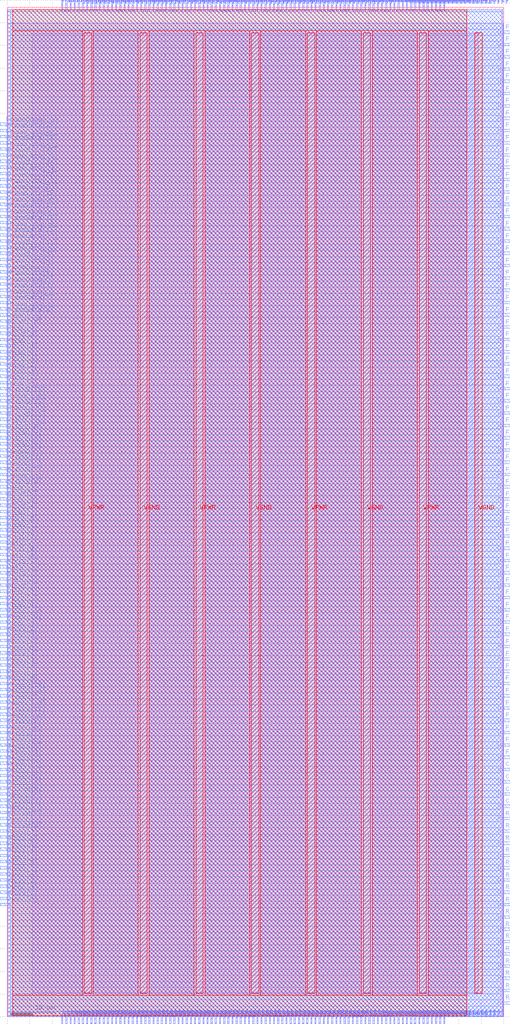
<source format=lef>
VERSION 5.7 ;
  NOWIREEXTENSIONATPIN ON ;
  DIVIDERCHAR "/" ;
  BUSBITCHARS "[]" ;
MACRO RAM_IO
  CLASS BLOCK ;
  FOREIGN RAM_IO ;
  ORIGIN 0.000 0.000 ;
  SIZE 110.000 BY 223.500 ;
  PIN Config_accessC_bit0
    DIRECTION OUTPUT TRISTATE ;
    USE SIGNAL ;
    ANTENNADIFFAREA 0.795200 ;
    PORT
      LAYER met3 ;
        RECT 109.200 46.280 111.500 46.880 ;
    END
  END Config_accessC_bit0
  PIN Config_accessC_bit1
    DIRECTION OUTPUT TRISTATE ;
    USE SIGNAL ;
    ANTENNADIFFAREA 0.795200 ;
    PORT
      LAYER met3 ;
        RECT 109.200 49.000 111.500 49.600 ;
    END
  END Config_accessC_bit1
  PIN Config_accessC_bit2
    DIRECTION OUTPUT TRISTATE ;
    USE SIGNAL ;
    ANTENNADIFFAREA 0.795200 ;
    PORT
      LAYER met3 ;
        RECT 109.200 51.720 111.500 52.320 ;
    END
  END Config_accessC_bit2
  PIN Config_accessC_bit3
    DIRECTION OUTPUT TRISTATE ;
    USE SIGNAL ;
    ANTENNADIFFAREA 0.795200 ;
    PORT
      LAYER met3 ;
        RECT 109.200 54.440 111.500 55.040 ;
    END
  END Config_accessC_bit3
  PIN E1END[0]
    DIRECTION INPUT ;
    USE SIGNAL ;
    ANTENNAGATEAREA 0.213000 ;
    PORT
      LAYER met3 ;
        RECT -1.500 89.800 0.800 90.400 ;
    END
  END E1END[0]
  PIN E1END[1]
    DIRECTION INPUT ;
    USE SIGNAL ;
    ANTENNAGATEAREA 0.159000 ;
    PORT
      LAYER met3 ;
        RECT -1.500 91.160 0.800 91.760 ;
    END
  END E1END[1]
  PIN E1END[2]
    DIRECTION INPUT ;
    USE SIGNAL ;
    ANTENNAGATEAREA 0.213000 ;
    PORT
      LAYER met3 ;
        RECT -1.500 92.520 0.800 93.120 ;
    END
  END E1END[2]
  PIN E1END[3]
    DIRECTION INPUT ;
    USE SIGNAL ;
    ANTENNAGATEAREA 0.159000 ;
    PORT
      LAYER met3 ;
        RECT -1.500 93.880 0.800 94.480 ;
    END
  END E1END[3]
  PIN E2END[0]
    DIRECTION INPUT ;
    USE SIGNAL ;
    ANTENNAGATEAREA 0.196500 ;
    PORT
      LAYER met3 ;
        RECT -1.500 106.120 0.800 106.720 ;
    END
  END E2END[0]
  PIN E2END[1]
    DIRECTION INPUT ;
    USE SIGNAL ;
    ANTENNAGATEAREA 0.196500 ;
    PORT
      LAYER met3 ;
        RECT -1.500 107.480 0.800 108.080 ;
    END
  END E2END[1]
  PIN E2END[2]
    DIRECTION INPUT ;
    USE SIGNAL ;
    ANTENNAGATEAREA 0.196500 ;
    PORT
      LAYER met3 ;
        RECT -1.500 108.840 0.800 109.440 ;
    END
  END E2END[2]
  PIN E2END[3]
    DIRECTION INPUT ;
    USE SIGNAL ;
    ANTENNAGATEAREA 0.126000 ;
    PORT
      LAYER met3 ;
        RECT -1.500 110.200 0.800 110.800 ;
    END
  END E2END[3]
  PIN E2END[4]
    DIRECTION INPUT ;
    USE SIGNAL ;
    ANTENNAGATEAREA 0.196500 ;
    PORT
      LAYER met3 ;
        RECT -1.500 111.560 0.800 112.160 ;
    END
  END E2END[4]
  PIN E2END[5]
    DIRECTION INPUT ;
    USE SIGNAL ;
    ANTENNAGATEAREA 0.126000 ;
    PORT
      LAYER met3 ;
        RECT -1.500 112.920 0.800 113.520 ;
    END
  END E2END[5]
  PIN E2END[6]
    DIRECTION INPUT ;
    USE SIGNAL ;
    ANTENNAGATEAREA 0.196500 ;
    PORT
      LAYER met3 ;
        RECT -1.500 114.280 0.800 114.880 ;
    END
  END E2END[6]
  PIN E2END[7]
    DIRECTION INPUT ;
    USE SIGNAL ;
    ANTENNAGATEAREA 0.196500 ;
    PORT
      LAYER met3 ;
        RECT -1.500 115.640 0.800 116.240 ;
    END
  END E2END[7]
  PIN E2MID[0]
    DIRECTION INPUT ;
    USE SIGNAL ;
    ANTENNAGATEAREA 0.196500 ;
    PORT
      LAYER met3 ;
        RECT -1.500 95.240 0.800 95.840 ;
    END
  END E2MID[0]
  PIN E2MID[1]
    DIRECTION INPUT ;
    USE SIGNAL ;
    ANTENNAGATEAREA 0.196500 ;
    PORT
      LAYER met3 ;
        RECT -1.500 96.600 0.800 97.200 ;
    END
  END E2MID[1]
  PIN E2MID[2]
    DIRECTION INPUT ;
    USE SIGNAL ;
    ANTENNAGATEAREA 0.196500 ;
    PORT
      LAYER met3 ;
        RECT -1.500 97.960 0.800 98.560 ;
    END
  END E2MID[2]
  PIN E2MID[3]
    DIRECTION INPUT ;
    USE SIGNAL ;
    ANTENNAGATEAREA 0.213000 ;
    PORT
      LAYER met3 ;
        RECT -1.500 99.320 0.800 99.920 ;
    END
  END E2MID[3]
  PIN E2MID[4]
    DIRECTION INPUT ;
    USE SIGNAL ;
    ANTENNAGATEAREA 0.196500 ;
    PORT
      LAYER met3 ;
        RECT -1.500 100.680 0.800 101.280 ;
    END
  END E2MID[4]
  PIN E2MID[5]
    DIRECTION INPUT ;
    USE SIGNAL ;
    ANTENNAGATEAREA 0.213000 ;
    PORT
      LAYER met3 ;
        RECT -1.500 102.040 0.800 102.640 ;
    END
  END E2MID[5]
  PIN E2MID[6]
    DIRECTION INPUT ;
    USE SIGNAL ;
    ANTENNAGATEAREA 0.126000 ;
    PORT
      LAYER met3 ;
        RECT -1.500 103.400 0.800 104.000 ;
    END
  END E2MID[6]
  PIN E2MID[7]
    DIRECTION INPUT ;
    USE SIGNAL ;
    ANTENNAGATEAREA 0.196500 ;
    PORT
      LAYER met3 ;
        RECT -1.500 104.760 0.800 105.360 ;
    END
  END E2MID[7]
  PIN E6END[0]
    DIRECTION INPUT ;
    USE SIGNAL ;
    ANTENNAGATEAREA 0.213000 ;
    PORT
      LAYER met3 ;
        RECT -1.500 138.760 0.800 139.360 ;
    END
  END E6END[0]
  PIN E6END[10]
    DIRECTION INPUT ;
    USE SIGNAL ;
    ANTENNAGATEAREA 0.213000 ;
    PORT
      LAYER met3 ;
        RECT -1.500 152.360 0.800 152.960 ;
    END
  END E6END[10]
  PIN E6END[11]
    DIRECTION INPUT ;
    USE SIGNAL ;
    ANTENNAGATEAREA 0.126000 ;
    PORT
      LAYER met3 ;
        RECT -1.500 153.720 0.800 154.320 ;
    END
  END E6END[11]
  PIN E6END[1]
    DIRECTION INPUT ;
    USE SIGNAL ;
    ANTENNAGATEAREA 0.196500 ;
    PORT
      LAYER met3 ;
        RECT -1.500 140.120 0.800 140.720 ;
    END
  END E6END[1]
  PIN E6END[2]
    DIRECTION INPUT ;
    USE SIGNAL ;
    ANTENNAGATEAREA 0.196500 ;
    PORT
      LAYER met3 ;
        RECT -1.500 141.480 0.800 142.080 ;
    END
  END E6END[2]
  PIN E6END[3]
    DIRECTION INPUT ;
    USE SIGNAL ;
    ANTENNAGATEAREA 0.213000 ;
    PORT
      LAYER met3 ;
        RECT -1.500 142.840 0.800 143.440 ;
    END
  END E6END[3]
  PIN E6END[4]
    DIRECTION INPUT ;
    USE SIGNAL ;
    ANTENNAGATEAREA 0.213000 ;
    PORT
      LAYER met3 ;
        RECT -1.500 144.200 0.800 144.800 ;
    END
  END E6END[4]
  PIN E6END[5]
    DIRECTION INPUT ;
    USE SIGNAL ;
    ANTENNAGATEAREA 0.126000 ;
    PORT
      LAYER met3 ;
        RECT -1.500 145.560 0.800 146.160 ;
    END
  END E6END[5]
  PIN E6END[6]
    DIRECTION INPUT ;
    USE SIGNAL ;
    ANTENNAGATEAREA 0.196500 ;
    PORT
      LAYER met3 ;
        RECT -1.500 146.920 0.800 147.520 ;
    END
  END E6END[6]
  PIN E6END[7]
    DIRECTION INPUT ;
    USE SIGNAL ;
    ANTENNAGATEAREA 0.126000 ;
    PORT
      LAYER met3 ;
        RECT -1.500 148.280 0.800 148.880 ;
    END
  END E6END[7]
  PIN E6END[8]
    DIRECTION INPUT ;
    USE SIGNAL ;
    ANTENNAGATEAREA 0.213000 ;
    PORT
      LAYER met3 ;
        RECT -1.500 149.640 0.800 150.240 ;
    END
  END E6END[8]
  PIN E6END[9]
    DIRECTION INPUT ;
    USE SIGNAL ;
    ANTENNAGATEAREA 0.196500 ;
    PORT
      LAYER met3 ;
        RECT -1.500 151.000 0.800 151.600 ;
    END
  END E6END[9]
  PIN EE4END[0]
    DIRECTION INPUT ;
    USE SIGNAL ;
    ANTENNAGATEAREA 0.196500 ;
    PORT
      LAYER met3 ;
        RECT -1.500 117.000 0.800 117.600 ;
    END
  END EE4END[0]
  PIN EE4END[10]
    DIRECTION INPUT ;
    USE SIGNAL ;
    ANTENNAGATEAREA 0.196500 ;
    PORT
      LAYER met3 ;
        RECT -1.500 130.600 0.800 131.200 ;
    END
  END EE4END[10]
  PIN EE4END[11]
    DIRECTION INPUT ;
    USE SIGNAL ;
    ANTENNAGATEAREA 0.196500 ;
    PORT
      LAYER met3 ;
        RECT -1.500 131.960 0.800 132.560 ;
    END
  END EE4END[11]
  PIN EE4END[12]
    DIRECTION INPUT ;
    USE SIGNAL ;
    ANTENNAGATEAREA 0.196500 ;
    PORT
      LAYER met3 ;
        RECT -1.500 133.320 0.800 133.920 ;
    END
  END EE4END[12]
  PIN EE4END[13]
    DIRECTION INPUT ;
    USE SIGNAL ;
    ANTENNAGATEAREA 0.196500 ;
    PORT
      LAYER met3 ;
        RECT -1.500 134.680 0.800 135.280 ;
    END
  END EE4END[13]
  PIN EE4END[14]
    DIRECTION INPUT ;
    USE SIGNAL ;
    ANTENNAGATEAREA 0.196500 ;
    PORT
      LAYER met3 ;
        RECT -1.500 136.040 0.800 136.640 ;
    END
  END EE4END[14]
  PIN EE4END[15]
    DIRECTION INPUT ;
    USE SIGNAL ;
    ANTENNAGATEAREA 0.196500 ;
    PORT
      LAYER met3 ;
        RECT -1.500 137.400 0.800 138.000 ;
    END
  END EE4END[15]
  PIN EE4END[1]
    DIRECTION INPUT ;
    USE SIGNAL ;
    ANTENNAGATEAREA 0.196500 ;
    PORT
      LAYER met3 ;
        RECT -1.500 118.360 0.800 118.960 ;
    END
  END EE4END[1]
  PIN EE4END[2]
    DIRECTION INPUT ;
    USE SIGNAL ;
    ANTENNAGATEAREA 0.196500 ;
    PORT
      LAYER met3 ;
        RECT -1.500 119.720 0.800 120.320 ;
    END
  END EE4END[2]
  PIN EE4END[3]
    DIRECTION INPUT ;
    USE SIGNAL ;
    ANTENNAGATEAREA 0.196500 ;
    PORT
      LAYER met3 ;
        RECT -1.500 121.080 0.800 121.680 ;
    END
  END EE4END[3]
  PIN EE4END[4]
    DIRECTION INPUT ;
    USE SIGNAL ;
    ANTENNAGATEAREA 0.196500 ;
    PORT
      LAYER met3 ;
        RECT -1.500 122.440 0.800 123.040 ;
    END
  END EE4END[4]
  PIN EE4END[5]
    DIRECTION INPUT ;
    USE SIGNAL ;
    ANTENNAGATEAREA 0.196500 ;
    PORT
      LAYER met3 ;
        RECT -1.500 123.800 0.800 124.400 ;
    END
  END EE4END[5]
  PIN EE4END[6]
    DIRECTION INPUT ;
    USE SIGNAL ;
    ANTENNAGATEAREA 0.196500 ;
    PORT
      LAYER met3 ;
        RECT -1.500 125.160 0.800 125.760 ;
    END
  END EE4END[6]
  PIN EE4END[7]
    DIRECTION INPUT ;
    USE SIGNAL ;
    ANTENNAGATEAREA 0.196500 ;
    PORT
      LAYER met3 ;
        RECT -1.500 126.520 0.800 127.120 ;
    END
  END EE4END[7]
  PIN EE4END[8]
    DIRECTION INPUT ;
    USE SIGNAL ;
    ANTENNAGATEAREA 0.196500 ;
    PORT
      LAYER met3 ;
        RECT -1.500 127.880 0.800 128.480 ;
    END
  END EE4END[8]
  PIN EE4END[9]
    DIRECTION INPUT ;
    USE SIGNAL ;
    ANTENNAGATEAREA 0.196500 ;
    PORT
      LAYER met3 ;
        RECT -1.500 129.240 0.800 129.840 ;
    END
  END EE4END[9]
  PIN FAB2RAM_A0_O0
    DIRECTION OUTPUT TRISTATE ;
    USE SIGNAL ;
    ANTENNADIFFAREA 0.795200 ;
    PORT
      LAYER met3 ;
        RECT 109.200 78.920 111.500 79.520 ;
    END
  END FAB2RAM_A0_O0
  PIN FAB2RAM_A0_O1
    DIRECTION OUTPUT TRISTATE ;
    USE SIGNAL ;
    ANTENNADIFFAREA 0.795200 ;
    PORT
      LAYER met3 ;
        RECT 109.200 81.640 111.500 82.240 ;
    END
  END FAB2RAM_A0_O1
  PIN FAB2RAM_A0_O2
    DIRECTION OUTPUT TRISTATE ;
    USE SIGNAL ;
    ANTENNADIFFAREA 0.445500 ;
    PORT
      LAYER met3 ;
        RECT 109.200 84.360 111.500 84.960 ;
    END
  END FAB2RAM_A0_O2
  PIN FAB2RAM_A0_O3
    DIRECTION OUTPUT TRISTATE ;
    USE SIGNAL ;
    ANTENNADIFFAREA 0.795200 ;
    PORT
      LAYER met3 ;
        RECT 109.200 87.080 111.500 87.680 ;
    END
  END FAB2RAM_A0_O3
  PIN FAB2RAM_A1_O0
    DIRECTION OUTPUT TRISTATE ;
    USE SIGNAL ;
    ANTENNADIFFAREA 0.795200 ;
    PORT
      LAYER met3 ;
        RECT 109.200 68.040 111.500 68.640 ;
    END
  END FAB2RAM_A1_O0
  PIN FAB2RAM_A1_O1
    DIRECTION OUTPUT TRISTATE ;
    USE SIGNAL ;
    ANTENNADIFFAREA 0.795200 ;
    PORT
      LAYER met3 ;
        RECT 109.200 70.760 111.500 71.360 ;
    END
  END FAB2RAM_A1_O1
  PIN FAB2RAM_A1_O2
    DIRECTION OUTPUT TRISTATE ;
    USE SIGNAL ;
    ANTENNADIFFAREA 0.795200 ;
    PORT
      LAYER met3 ;
        RECT 109.200 73.480 111.500 74.080 ;
    END
  END FAB2RAM_A1_O2
  PIN FAB2RAM_A1_O3
    DIRECTION OUTPUT TRISTATE ;
    USE SIGNAL ;
    ANTENNADIFFAREA 0.795200 ;
    PORT
      LAYER met3 ;
        RECT 109.200 76.200 111.500 76.800 ;
    END
  END FAB2RAM_A1_O3
  PIN FAB2RAM_C_O0
    DIRECTION OUTPUT TRISTATE ;
    USE SIGNAL ;
    ANTENNADIFFAREA 0.795200 ;
    PORT
      LAYER met3 ;
        RECT 109.200 57.160 111.500 57.760 ;
    END
  END FAB2RAM_C_O0
  PIN FAB2RAM_C_O1
    DIRECTION OUTPUT TRISTATE ;
    USE SIGNAL ;
    ANTENNADIFFAREA 0.795200 ;
    PORT
      LAYER met3 ;
        RECT 109.200 59.880 111.500 60.480 ;
    END
  END FAB2RAM_C_O1
  PIN FAB2RAM_C_O2
    DIRECTION OUTPUT TRISTATE ;
    USE SIGNAL ;
    ANTENNADIFFAREA 0.795200 ;
    PORT
      LAYER met3 ;
        RECT 109.200 62.600 111.500 63.200 ;
    END
  END FAB2RAM_C_O2
  PIN FAB2RAM_C_O3
    DIRECTION OUTPUT TRISTATE ;
    USE SIGNAL ;
    ANTENNADIFFAREA 0.795200 ;
    PORT
      LAYER met3 ;
        RECT 109.200 65.320 111.500 65.920 ;
    END
  END FAB2RAM_C_O3
  PIN FAB2RAM_D0_O0
    DIRECTION OUTPUT TRISTATE ;
    USE SIGNAL ;
    ANTENNADIFFAREA 0.795200 ;
    PORT
      LAYER met3 ;
        RECT 109.200 122.440 111.500 123.040 ;
    END
  END FAB2RAM_D0_O0
  PIN FAB2RAM_D0_O1
    DIRECTION OUTPUT TRISTATE ;
    USE SIGNAL ;
    ANTENNADIFFAREA 0.795200 ;
    PORT
      LAYER met3 ;
        RECT 109.200 125.160 111.500 125.760 ;
    END
  END FAB2RAM_D0_O1
  PIN FAB2RAM_D0_O2
    DIRECTION OUTPUT TRISTATE ;
    USE SIGNAL ;
    ANTENNADIFFAREA 0.795200 ;
    PORT
      LAYER met3 ;
        RECT 109.200 127.880 111.500 128.480 ;
    END
  END FAB2RAM_D0_O2
  PIN FAB2RAM_D0_O3
    DIRECTION OUTPUT TRISTATE ;
    USE SIGNAL ;
    ANTENNADIFFAREA 0.795200 ;
    PORT
      LAYER met3 ;
        RECT 109.200 130.600 111.500 131.200 ;
    END
  END FAB2RAM_D0_O3
  PIN FAB2RAM_D1_O0
    DIRECTION OUTPUT TRISTATE ;
    USE SIGNAL ;
    ANTENNADIFFAREA 0.795200 ;
    PORT
      LAYER met3 ;
        RECT 109.200 111.560 111.500 112.160 ;
    END
  END FAB2RAM_D1_O0
  PIN FAB2RAM_D1_O1
    DIRECTION OUTPUT TRISTATE ;
    USE SIGNAL ;
    ANTENNADIFFAREA 0.795200 ;
    PORT
      LAYER met3 ;
        RECT 109.200 114.280 111.500 114.880 ;
    END
  END FAB2RAM_D1_O1
  PIN FAB2RAM_D1_O2
    DIRECTION OUTPUT TRISTATE ;
    USE SIGNAL ;
    ANTENNADIFFAREA 0.795200 ;
    PORT
      LAYER met3 ;
        RECT 109.200 117.000 111.500 117.600 ;
    END
  END FAB2RAM_D1_O2
  PIN FAB2RAM_D1_O3
    DIRECTION OUTPUT TRISTATE ;
    USE SIGNAL ;
    ANTENNADIFFAREA 0.795200 ;
    PORT
      LAYER met3 ;
        RECT 109.200 119.720 111.500 120.320 ;
    END
  END FAB2RAM_D1_O3
  PIN FAB2RAM_D2_O0
    DIRECTION OUTPUT TRISTATE ;
    USE SIGNAL ;
    ANTENNADIFFAREA 0.795200 ;
    PORT
      LAYER met3 ;
        RECT 109.200 100.680 111.500 101.280 ;
    END
  END FAB2RAM_D2_O0
  PIN FAB2RAM_D2_O1
    DIRECTION OUTPUT TRISTATE ;
    USE SIGNAL ;
    ANTENNADIFFAREA 0.795200 ;
    PORT
      LAYER met3 ;
        RECT 109.200 103.400 111.500 104.000 ;
    END
  END FAB2RAM_D2_O1
  PIN FAB2RAM_D2_O2
    DIRECTION OUTPUT TRISTATE ;
    USE SIGNAL ;
    ANTENNADIFFAREA 0.445500 ;
    PORT
      LAYER met3 ;
        RECT 109.200 106.120 111.500 106.720 ;
    END
  END FAB2RAM_D2_O2
  PIN FAB2RAM_D2_O3
    DIRECTION OUTPUT TRISTATE ;
    USE SIGNAL ;
    ANTENNADIFFAREA 0.795200 ;
    PORT
      LAYER met3 ;
        RECT 109.200 108.840 111.500 109.440 ;
    END
  END FAB2RAM_D2_O3
  PIN FAB2RAM_D3_O0
    DIRECTION OUTPUT TRISTATE ;
    USE SIGNAL ;
    ANTENNADIFFAREA 0.795200 ;
    PORT
      LAYER met3 ;
        RECT 109.200 89.800 111.500 90.400 ;
    END
  END FAB2RAM_D3_O0
  PIN FAB2RAM_D3_O1
    DIRECTION OUTPUT TRISTATE ;
    USE SIGNAL ;
    ANTENNADIFFAREA 0.795200 ;
    PORT
      LAYER met3 ;
        RECT 109.200 92.520 111.500 93.120 ;
    END
  END FAB2RAM_D3_O1
  PIN FAB2RAM_D3_O2
    DIRECTION OUTPUT TRISTATE ;
    USE SIGNAL ;
    ANTENNADIFFAREA 0.795200 ;
    PORT
      LAYER met3 ;
        RECT 109.200 95.240 111.500 95.840 ;
    END
  END FAB2RAM_D3_O2
  PIN FAB2RAM_D3_O3
    DIRECTION OUTPUT TRISTATE ;
    USE SIGNAL ;
    ANTENNADIFFAREA 0.795200 ;
    PORT
      LAYER met3 ;
        RECT 109.200 97.960 111.500 98.560 ;
    END
  END FAB2RAM_D3_O3
  PIN FrameData[0]
    DIRECTION INPUT ;
    USE SIGNAL ;
    ANTENNAGATEAREA 0.213000 ;
    PORT
      LAYER met3 ;
        RECT -1.500 155.080 0.800 155.680 ;
    END
  END FrameData[0]
  PIN FrameData[10]
    DIRECTION INPUT ;
    USE SIGNAL ;
    ANTENNAGATEAREA 0.247500 ;
    PORT
      LAYER met3 ;
        RECT -1.500 168.680 0.800 169.280 ;
    END
  END FrameData[10]
  PIN FrameData[11]
    DIRECTION INPUT ;
    USE SIGNAL ;
    ANTENNAGATEAREA 0.247500 ;
    PORT
      LAYER met3 ;
        RECT -1.500 170.040 0.800 170.640 ;
    END
  END FrameData[11]
  PIN FrameData[12]
    DIRECTION INPUT ;
    USE SIGNAL ;
    ANTENNAGATEAREA 0.247500 ;
    PORT
      LAYER met3 ;
        RECT -1.500 171.400 0.800 172.000 ;
    END
  END FrameData[12]
  PIN FrameData[13]
    DIRECTION INPUT ;
    USE SIGNAL ;
    ANTENNAGATEAREA 0.213000 ;
    PORT
      LAYER met3 ;
        RECT -1.500 172.760 0.800 173.360 ;
    END
  END FrameData[13]
  PIN FrameData[14]
    DIRECTION INPUT ;
    USE SIGNAL ;
    ANTENNAGATEAREA 0.426000 ;
    PORT
      LAYER met3 ;
        RECT -1.500 174.120 0.800 174.720 ;
    END
  END FrameData[14]
  PIN FrameData[15]
    DIRECTION INPUT ;
    USE SIGNAL ;
    ANTENNAGATEAREA 0.213000 ;
    PORT
      LAYER met3 ;
        RECT -1.500 175.480 0.800 176.080 ;
    END
  END FrameData[15]
  PIN FrameData[16]
    DIRECTION INPUT ;
    USE SIGNAL ;
    ANTENNAGATEAREA 0.247500 ;
    PORT
      LAYER met3 ;
        RECT -1.500 176.840 0.800 177.440 ;
    END
  END FrameData[16]
  PIN FrameData[17]
    DIRECTION INPUT ;
    USE SIGNAL ;
    ANTENNAGATEAREA 0.247500 ;
    PORT
      LAYER met3 ;
        RECT -1.500 178.200 0.800 178.800 ;
    END
  END FrameData[17]
  PIN FrameData[18]
    DIRECTION INPUT ;
    USE SIGNAL ;
    ANTENNAGATEAREA 0.247500 ;
    PORT
      LAYER met3 ;
        RECT -1.500 179.560 0.800 180.160 ;
    END
  END FrameData[18]
  PIN FrameData[19]
    DIRECTION INPUT ;
    USE SIGNAL ;
    ANTENNAGATEAREA 0.247500 ;
    PORT
      LAYER met3 ;
        RECT -1.500 180.920 0.800 181.520 ;
    END
  END FrameData[19]
  PIN FrameData[1]
    DIRECTION INPUT ;
    USE SIGNAL ;
    ANTENNAGATEAREA 0.247500 ;
    PORT
      LAYER met3 ;
        RECT -1.500 156.440 0.800 157.040 ;
    END
  END FrameData[1]
  PIN FrameData[20]
    DIRECTION INPUT ;
    USE SIGNAL ;
    ANTENNAGATEAREA 0.247500 ;
    PORT
      LAYER met3 ;
        RECT -1.500 182.280 0.800 182.880 ;
    END
  END FrameData[20]
  PIN FrameData[21]
    DIRECTION INPUT ;
    USE SIGNAL ;
    ANTENNAGATEAREA 0.247500 ;
    PORT
      LAYER met3 ;
        RECT -1.500 183.640 0.800 184.240 ;
    END
  END FrameData[21]
  PIN FrameData[22]
    DIRECTION INPUT ;
    USE SIGNAL ;
    ANTENNAGATEAREA 0.247500 ;
    PORT
      LAYER met3 ;
        RECT -1.500 185.000 0.800 185.600 ;
    END
  END FrameData[22]
  PIN FrameData[23]
    DIRECTION INPUT ;
    USE SIGNAL ;
    ANTENNAGATEAREA 0.247500 ;
    PORT
      LAYER met3 ;
        RECT -1.500 186.360 0.800 186.960 ;
    END
  END FrameData[23]
  PIN FrameData[24]
    DIRECTION INPUT ;
    USE SIGNAL ;
    ANTENNAGATEAREA 0.247500 ;
    PORT
      LAYER met3 ;
        RECT -1.500 187.720 0.800 188.320 ;
    END
  END FrameData[24]
  PIN FrameData[25]
    DIRECTION INPUT ;
    USE SIGNAL ;
    ANTENNAGATEAREA 0.247500 ;
    PORT
      LAYER met3 ;
        RECT -1.500 189.080 0.800 189.680 ;
    END
  END FrameData[25]
  PIN FrameData[26]
    DIRECTION INPUT ;
    USE SIGNAL ;
    ANTENNAGATEAREA 0.426000 ;
    PORT
      LAYER met3 ;
        RECT -1.500 190.440 0.800 191.040 ;
    END
  END FrameData[26]
  PIN FrameData[27]
    DIRECTION INPUT ;
    USE SIGNAL ;
    ANTENNAGATEAREA 0.247500 ;
    PORT
      LAYER met3 ;
        RECT -1.500 191.800 0.800 192.400 ;
    END
  END FrameData[27]
  PIN FrameData[28]
    DIRECTION INPUT ;
    USE SIGNAL ;
    ANTENNAGATEAREA 0.426000 ;
    PORT
      LAYER met3 ;
        RECT -1.500 193.160 0.800 193.760 ;
    END
  END FrameData[28]
  PIN FrameData[29]
    DIRECTION INPUT ;
    USE SIGNAL ;
    ANTENNAGATEAREA 0.426000 ;
    PORT
      LAYER met3 ;
        RECT -1.500 194.520 0.800 195.120 ;
    END
  END FrameData[29]
  PIN FrameData[2]
    DIRECTION INPUT ;
    USE SIGNAL ;
    ANTENNAGATEAREA 0.426000 ;
    PORT
      LAYER met3 ;
        RECT -1.500 157.800 0.800 158.400 ;
    END
  END FrameData[2]
  PIN FrameData[30]
    DIRECTION INPUT ;
    USE SIGNAL ;
    ANTENNAGATEAREA 0.247500 ;
    PORT
      LAYER met3 ;
        RECT -1.500 195.880 0.800 196.480 ;
    END
  END FrameData[30]
  PIN FrameData[31]
    DIRECTION INPUT ;
    USE SIGNAL ;
    ANTENNAGATEAREA 0.247500 ;
    PORT
      LAYER met3 ;
        RECT -1.500 197.240 0.800 197.840 ;
    END
  END FrameData[31]
  PIN FrameData[3]
    DIRECTION INPUT ;
    USE SIGNAL ;
    ANTENNAGATEAREA 0.247500 ;
    PORT
      LAYER met3 ;
        RECT -1.500 159.160 0.800 159.760 ;
    END
  END FrameData[3]
  PIN FrameData[4]
    DIRECTION INPUT ;
    USE SIGNAL ;
    ANTENNAGATEAREA 0.247500 ;
    PORT
      LAYER met3 ;
        RECT -1.500 160.520 0.800 161.120 ;
    END
  END FrameData[4]
  PIN FrameData[5]
    DIRECTION INPUT ;
    USE SIGNAL ;
    ANTENNAGATEAREA 0.247500 ;
    PORT
      LAYER met3 ;
        RECT -1.500 161.880 0.800 162.480 ;
    END
  END FrameData[5]
  PIN FrameData[6]
    DIRECTION INPUT ;
    USE SIGNAL ;
    ANTENNAGATEAREA 0.247500 ;
    PORT
      LAYER met3 ;
        RECT -1.500 163.240 0.800 163.840 ;
    END
  END FrameData[6]
  PIN FrameData[7]
    DIRECTION INPUT ;
    USE SIGNAL ;
    ANTENNAGATEAREA 0.247500 ;
    PORT
      LAYER met3 ;
        RECT -1.500 164.600 0.800 165.200 ;
    END
  END FrameData[7]
  PIN FrameData[8]
    DIRECTION INPUT ;
    USE SIGNAL ;
    ANTENNAGATEAREA 0.247500 ;
    PORT
      LAYER met3 ;
        RECT -1.500 165.960 0.800 166.560 ;
    END
  END FrameData[8]
  PIN FrameData[9]
    DIRECTION INPUT ;
    USE SIGNAL ;
    ANTENNAGATEAREA 0.247500 ;
    PORT
      LAYER met3 ;
        RECT -1.500 167.320 0.800 167.920 ;
    END
  END FrameData[9]
  PIN FrameData_O[0]
    DIRECTION OUTPUT TRISTATE ;
    USE SIGNAL ;
    ANTENNADIFFAREA 0.795200 ;
    PORT
      LAYER met3 ;
        RECT 109.200 133.320 111.500 133.920 ;
    END
  END FrameData_O[0]
  PIN FrameData_O[10]
    DIRECTION OUTPUT TRISTATE ;
    USE SIGNAL ;
    ANTENNADIFFAREA 0.795200 ;
    PORT
      LAYER met3 ;
        RECT 109.200 160.520 111.500 161.120 ;
    END
  END FrameData_O[10]
  PIN FrameData_O[11]
    DIRECTION OUTPUT TRISTATE ;
    USE SIGNAL ;
    ANTENNADIFFAREA 0.445500 ;
    PORT
      LAYER met3 ;
        RECT 109.200 163.240 111.500 163.840 ;
    END
  END FrameData_O[11]
  PIN FrameData_O[12]
    DIRECTION OUTPUT TRISTATE ;
    USE SIGNAL ;
    ANTENNADIFFAREA 0.795200 ;
    PORT
      LAYER met3 ;
        RECT 109.200 165.960 111.500 166.560 ;
    END
  END FrameData_O[12]
  PIN FrameData_O[13]
    DIRECTION OUTPUT TRISTATE ;
    USE SIGNAL ;
    ANTENNADIFFAREA 0.445500 ;
    PORT
      LAYER met3 ;
        RECT 109.200 168.680 111.500 169.280 ;
    END
  END FrameData_O[13]
  PIN FrameData_O[14]
    DIRECTION OUTPUT TRISTATE ;
    USE SIGNAL ;
    ANTENNADIFFAREA 0.795200 ;
    PORT
      LAYER met3 ;
        RECT 109.200 171.400 111.500 172.000 ;
    END
  END FrameData_O[14]
  PIN FrameData_O[15]
    DIRECTION OUTPUT TRISTATE ;
    USE SIGNAL ;
    ANTENNADIFFAREA 0.795200 ;
    PORT
      LAYER met3 ;
        RECT 109.200 174.120 111.500 174.720 ;
    END
  END FrameData_O[15]
  PIN FrameData_O[16]
    DIRECTION OUTPUT TRISTATE ;
    USE SIGNAL ;
    ANTENNADIFFAREA 0.795200 ;
    PORT
      LAYER met3 ;
        RECT 109.200 176.840 111.500 177.440 ;
    END
  END FrameData_O[16]
  PIN FrameData_O[17]
    DIRECTION OUTPUT TRISTATE ;
    USE SIGNAL ;
    ANTENNADIFFAREA 0.795200 ;
    PORT
      LAYER met3 ;
        RECT 109.200 179.560 111.500 180.160 ;
    END
  END FrameData_O[17]
  PIN FrameData_O[18]
    DIRECTION OUTPUT TRISTATE ;
    USE SIGNAL ;
    ANTENNADIFFAREA 0.795200 ;
    PORT
      LAYER met3 ;
        RECT 109.200 182.280 111.500 182.880 ;
    END
  END FrameData_O[18]
  PIN FrameData_O[19]
    DIRECTION OUTPUT TRISTATE ;
    USE SIGNAL ;
    ANTENNADIFFAREA 0.795200 ;
    PORT
      LAYER met3 ;
        RECT 109.200 185.000 111.500 185.600 ;
    END
  END FrameData_O[19]
  PIN FrameData_O[1]
    DIRECTION OUTPUT TRISTATE ;
    USE SIGNAL ;
    ANTENNADIFFAREA 0.795200 ;
    PORT
      LAYER met3 ;
        RECT 109.200 136.040 111.500 136.640 ;
    END
  END FrameData_O[1]
  PIN FrameData_O[20]
    DIRECTION OUTPUT TRISTATE ;
    USE SIGNAL ;
    ANTENNADIFFAREA 0.795200 ;
    PORT
      LAYER met3 ;
        RECT 109.200 187.720 111.500 188.320 ;
    END
  END FrameData_O[20]
  PIN FrameData_O[21]
    DIRECTION OUTPUT TRISTATE ;
    USE SIGNAL ;
    ANTENNADIFFAREA 0.795200 ;
    PORT
      LAYER met3 ;
        RECT 109.200 190.440 111.500 191.040 ;
    END
  END FrameData_O[21]
  PIN FrameData_O[22]
    DIRECTION OUTPUT TRISTATE ;
    USE SIGNAL ;
    ANTENNADIFFAREA 0.795200 ;
    PORT
      LAYER met3 ;
        RECT 109.200 193.160 111.500 193.760 ;
    END
  END FrameData_O[22]
  PIN FrameData_O[23]
    DIRECTION OUTPUT TRISTATE ;
    USE SIGNAL ;
    ANTENNADIFFAREA 0.795200 ;
    PORT
      LAYER met3 ;
        RECT 109.200 195.880 111.500 196.480 ;
    END
  END FrameData_O[23]
  PIN FrameData_O[24]
    DIRECTION OUTPUT TRISTATE ;
    USE SIGNAL ;
    ANTENNADIFFAREA 0.795200 ;
    PORT
      LAYER met3 ;
        RECT 109.200 198.600 111.500 199.200 ;
    END
  END FrameData_O[24]
  PIN FrameData_O[25]
    DIRECTION OUTPUT TRISTATE ;
    USE SIGNAL ;
    ANTENNADIFFAREA 0.795200 ;
    PORT
      LAYER met3 ;
        RECT 109.200 201.320 111.500 201.920 ;
    END
  END FrameData_O[25]
  PIN FrameData_O[26]
    DIRECTION OUTPUT TRISTATE ;
    USE SIGNAL ;
    ANTENNADIFFAREA 0.795200 ;
    PORT
      LAYER met3 ;
        RECT 109.200 204.040 111.500 204.640 ;
    END
  END FrameData_O[26]
  PIN FrameData_O[27]
    DIRECTION OUTPUT TRISTATE ;
    USE SIGNAL ;
    ANTENNADIFFAREA 0.795200 ;
    PORT
      LAYER met3 ;
        RECT 109.200 206.760 111.500 207.360 ;
    END
  END FrameData_O[27]
  PIN FrameData_O[28]
    DIRECTION OUTPUT TRISTATE ;
    USE SIGNAL ;
    ANTENNADIFFAREA 0.795200 ;
    PORT
      LAYER met3 ;
        RECT 109.200 209.480 111.500 210.080 ;
    END
  END FrameData_O[28]
  PIN FrameData_O[29]
    DIRECTION OUTPUT TRISTATE ;
    USE SIGNAL ;
    ANTENNADIFFAREA 0.795200 ;
    PORT
      LAYER met3 ;
        RECT 109.200 212.200 111.500 212.800 ;
    END
  END FrameData_O[29]
  PIN FrameData_O[2]
    DIRECTION OUTPUT TRISTATE ;
    USE SIGNAL ;
    ANTENNADIFFAREA 0.795200 ;
    PORT
      LAYER met3 ;
        RECT 109.200 138.760 111.500 139.360 ;
    END
  END FrameData_O[2]
  PIN FrameData_O[30]
    DIRECTION OUTPUT TRISTATE ;
    USE SIGNAL ;
    ANTENNADIFFAREA 0.795200 ;
    PORT
      LAYER met3 ;
        RECT 109.200 214.920 111.500 215.520 ;
    END
  END FrameData_O[30]
  PIN FrameData_O[31]
    DIRECTION OUTPUT TRISTATE ;
    USE SIGNAL ;
    ANTENNADIFFAREA 0.795200 ;
    PORT
      LAYER met3 ;
        RECT 109.200 217.640 111.500 218.240 ;
    END
  END FrameData_O[31]
  PIN FrameData_O[3]
    DIRECTION OUTPUT TRISTATE ;
    USE SIGNAL ;
    ANTENNADIFFAREA 0.445500 ;
    PORT
      LAYER met3 ;
        RECT 109.200 141.480 111.500 142.080 ;
    END
  END FrameData_O[3]
  PIN FrameData_O[4]
    DIRECTION OUTPUT TRISTATE ;
    USE SIGNAL ;
    ANTENNADIFFAREA 0.795200 ;
    PORT
      LAYER met3 ;
        RECT 109.200 144.200 111.500 144.800 ;
    END
  END FrameData_O[4]
  PIN FrameData_O[5]
    DIRECTION OUTPUT TRISTATE ;
    USE SIGNAL ;
    ANTENNADIFFAREA 0.795200 ;
    PORT
      LAYER met3 ;
        RECT 109.200 146.920 111.500 147.520 ;
    END
  END FrameData_O[5]
  PIN FrameData_O[6]
    DIRECTION OUTPUT TRISTATE ;
    USE SIGNAL ;
    ANTENNADIFFAREA 0.795200 ;
    PORT
      LAYER met3 ;
        RECT 109.200 149.640 111.500 150.240 ;
    END
  END FrameData_O[6]
  PIN FrameData_O[7]
    DIRECTION OUTPUT TRISTATE ;
    USE SIGNAL ;
    ANTENNADIFFAREA 0.795200 ;
    PORT
      LAYER met3 ;
        RECT 109.200 152.360 111.500 152.960 ;
    END
  END FrameData_O[7]
  PIN FrameData_O[8]
    DIRECTION OUTPUT TRISTATE ;
    USE SIGNAL ;
    ANTENNADIFFAREA 0.795200 ;
    PORT
      LAYER met3 ;
        RECT 109.200 155.080 111.500 155.680 ;
    END
  END FrameData_O[8]
  PIN FrameData_O[9]
    DIRECTION OUTPUT TRISTATE ;
    USE SIGNAL ;
    ANTENNADIFFAREA 0.795200 ;
    PORT
      LAYER met3 ;
        RECT 109.200 157.800 111.500 158.400 ;
    END
  END FrameData_O[9]
  PIN FrameStrobe[0]
    DIRECTION INPUT ;
    USE SIGNAL ;
    ANTENNAGATEAREA 0.742500 ;
    PORT
      LAYER met2 ;
        RECT 79.210 -1.500 79.490 0.800 ;
    END
  END FrameStrobe[0]
  PIN FrameStrobe[10]
    DIRECTION INPUT ;
    USE SIGNAL ;
    ANTENNAGATEAREA 0.213000 ;
    PORT
      LAYER met2 ;
        RECT 88.410 -1.500 88.690 0.800 ;
    END
  END FrameStrobe[10]
  PIN FrameStrobe[11]
    DIRECTION INPUT ;
    USE SIGNAL ;
    ANTENNAGATEAREA 0.196500 ;
    PORT
      LAYER met2 ;
        RECT 89.330 -1.500 89.610 0.800 ;
    END
  END FrameStrobe[11]
  PIN FrameStrobe[12]
    DIRECTION INPUT ;
    USE SIGNAL ;
    ANTENNAGATEAREA 0.196500 ;
    PORT
      LAYER met2 ;
        RECT 90.250 -1.500 90.530 0.800 ;
    END
  END FrameStrobe[12]
  PIN FrameStrobe[13]
    DIRECTION INPUT ;
    USE SIGNAL ;
    ANTENNAGATEAREA 0.196500 ;
    PORT
      LAYER met2 ;
        RECT 91.170 -1.500 91.450 0.800 ;
    END
  END FrameStrobe[13]
  PIN FrameStrobe[14]
    DIRECTION INPUT ;
    USE SIGNAL ;
    ANTENNAGATEAREA 0.196500 ;
    PORT
      LAYER met2 ;
        RECT 92.090 -1.500 92.370 0.800 ;
    END
  END FrameStrobe[14]
  PIN FrameStrobe[15]
    DIRECTION INPUT ;
    USE SIGNAL ;
    ANTENNAGATEAREA 0.196500 ;
    PORT
      LAYER met2 ;
        RECT 93.010 -1.500 93.290 0.800 ;
    END
  END FrameStrobe[15]
  PIN FrameStrobe[16]
    DIRECTION INPUT ;
    USE SIGNAL ;
    ANTENNAGATEAREA 0.196500 ;
    PORT
      LAYER met2 ;
        RECT 93.930 -1.500 94.210 0.800 ;
    END
  END FrameStrobe[16]
  PIN FrameStrobe[17]
    DIRECTION INPUT ;
    USE SIGNAL ;
    ANTENNAGATEAREA 0.196500 ;
    PORT
      LAYER met2 ;
        RECT 94.850 -1.500 95.130 0.800 ;
    END
  END FrameStrobe[17]
  PIN FrameStrobe[18]
    DIRECTION INPUT ;
    USE SIGNAL ;
    ANTENNAGATEAREA 0.196500 ;
    PORT
      LAYER met2 ;
        RECT 95.770 -1.500 96.050 0.800 ;
    END
  END FrameStrobe[18]
  PIN FrameStrobe[19]
    DIRECTION INPUT ;
    USE SIGNAL ;
    ANTENNAGATEAREA 0.196500 ;
    ANTENNADIFFAREA 0.434700 ;
    PORT
      LAYER met2 ;
        RECT 96.690 -1.500 96.970 0.800 ;
    END
  END FrameStrobe[19]
  PIN FrameStrobe[1]
    DIRECTION INPUT ;
    USE SIGNAL ;
    ANTENNAGATEAREA 0.742500 ;
    PORT
      LAYER met2 ;
        RECT 80.130 -1.500 80.410 0.800 ;
    END
  END FrameStrobe[1]
  PIN FrameStrobe[2]
    DIRECTION INPUT ;
    USE SIGNAL ;
    ANTENNAGATEAREA 0.852000 ;
    PORT
      LAYER met2 ;
        RECT 81.050 -1.500 81.330 0.800 ;
    END
  END FrameStrobe[2]
  PIN FrameStrobe[3]
    DIRECTION INPUT ;
    USE SIGNAL ;
    ANTENNAGATEAREA 0.742500 ;
    PORT
      LAYER met2 ;
        RECT 81.970 -1.500 82.250 0.800 ;
    END
  END FrameStrobe[3]
  PIN FrameStrobe[4]
    DIRECTION INPUT ;
    USE SIGNAL ;
    ANTENNAGATEAREA 0.742500 ;
    PORT
      LAYER met2 ;
        RECT 82.890 -1.500 83.170 0.800 ;
    END
  END FrameStrobe[4]
  PIN FrameStrobe[5]
    DIRECTION INPUT ;
    USE SIGNAL ;
    ANTENNAGATEAREA 0.742500 ;
    PORT
      LAYER met2 ;
        RECT 83.810 -1.500 84.090 0.800 ;
    END
  END FrameStrobe[5]
  PIN FrameStrobe[6]
    DIRECTION INPUT ;
    USE SIGNAL ;
    ANTENNAGATEAREA 0.852000 ;
    PORT
      LAYER met2 ;
        RECT 84.730 -1.500 85.010 0.800 ;
    END
  END FrameStrobe[6]
  PIN FrameStrobe[7]
    DIRECTION INPUT ;
    USE SIGNAL ;
    ANTENNAGATEAREA 0.742500 ;
    PORT
      LAYER met2 ;
        RECT 85.650 -1.500 85.930 0.800 ;
    END
  END FrameStrobe[7]
  PIN FrameStrobe[8]
    DIRECTION INPUT ;
    USE SIGNAL ;
    ANTENNAGATEAREA 0.742500 ;
    PORT
      LAYER met2 ;
        RECT 86.570 -1.500 86.850 0.800 ;
    END
  END FrameStrobe[8]
  PIN FrameStrobe[9]
    DIRECTION INPUT ;
    USE SIGNAL ;
    ANTENNAGATEAREA 0.742500 ;
    PORT
      LAYER met2 ;
        RECT 87.490 -1.500 87.770 0.800 ;
    END
  END FrameStrobe[9]
  PIN FrameStrobe_O[0]
    DIRECTION OUTPUT TRISTATE ;
    USE SIGNAL ;
    ANTENNADIFFAREA 0.445500 ;
    PORT
      LAYER met2 ;
        RECT 79.210 222.700 79.490 225.000 ;
    END
  END FrameStrobe_O[0]
  PIN FrameStrobe_O[10]
    DIRECTION OUTPUT TRISTATE ;
    USE SIGNAL ;
    ANTENNADIFFAREA 0.795200 ;
    PORT
      LAYER met2 ;
        RECT 88.410 222.700 88.690 225.000 ;
    END
  END FrameStrobe_O[10]
  PIN FrameStrobe_O[11]
    DIRECTION OUTPUT TRISTATE ;
    USE SIGNAL ;
    ANTENNADIFFAREA 0.795200 ;
    PORT
      LAYER met2 ;
        RECT 89.330 222.700 89.610 225.000 ;
    END
  END FrameStrobe_O[11]
  PIN FrameStrobe_O[12]
    DIRECTION OUTPUT TRISTATE ;
    USE SIGNAL ;
    ANTENNADIFFAREA 0.795200 ;
    PORT
      LAYER met2 ;
        RECT 90.250 222.700 90.530 225.000 ;
    END
  END FrameStrobe_O[12]
  PIN FrameStrobe_O[13]
    DIRECTION OUTPUT TRISTATE ;
    USE SIGNAL ;
    ANTENNADIFFAREA 0.795200 ;
    PORT
      LAYER met2 ;
        RECT 91.170 222.700 91.450 225.000 ;
    END
  END FrameStrobe_O[13]
  PIN FrameStrobe_O[14]
    DIRECTION OUTPUT TRISTATE ;
    USE SIGNAL ;
    ANTENNADIFFAREA 0.795200 ;
    PORT
      LAYER met2 ;
        RECT 92.090 222.700 92.370 225.000 ;
    END
  END FrameStrobe_O[14]
  PIN FrameStrobe_O[15]
    DIRECTION OUTPUT TRISTATE ;
    USE SIGNAL ;
    ANTENNADIFFAREA 0.795200 ;
    PORT
      LAYER met2 ;
        RECT 93.010 222.700 93.290 225.000 ;
    END
  END FrameStrobe_O[15]
  PIN FrameStrobe_O[16]
    DIRECTION OUTPUT TRISTATE ;
    USE SIGNAL ;
    ANTENNADIFFAREA 0.795200 ;
    PORT
      LAYER met2 ;
        RECT 93.930 222.700 94.210 225.000 ;
    END
  END FrameStrobe_O[16]
  PIN FrameStrobe_O[17]
    DIRECTION OUTPUT TRISTATE ;
    USE SIGNAL ;
    ANTENNADIFFAREA 0.795200 ;
    PORT
      LAYER met2 ;
        RECT 94.850 222.700 95.130 225.000 ;
    END
  END FrameStrobe_O[17]
  PIN FrameStrobe_O[18]
    DIRECTION OUTPUT TRISTATE ;
    USE SIGNAL ;
    ANTENNADIFFAREA 0.795200 ;
    PORT
      LAYER met2 ;
        RECT 95.770 222.700 96.050 225.000 ;
    END
  END FrameStrobe_O[18]
  PIN FrameStrobe_O[19]
    DIRECTION OUTPUT TRISTATE ;
    USE SIGNAL ;
    ANTENNADIFFAREA 0.795200 ;
    PORT
      LAYER met2 ;
        RECT 96.690 222.700 96.970 225.000 ;
    END
  END FrameStrobe_O[19]
  PIN FrameStrobe_O[1]
    DIRECTION OUTPUT TRISTATE ;
    USE SIGNAL ;
    ANTENNADIFFAREA 0.795200 ;
    PORT
      LAYER met2 ;
        RECT 80.130 222.700 80.410 225.000 ;
    END
  END FrameStrobe_O[1]
  PIN FrameStrobe_O[2]
    DIRECTION OUTPUT TRISTATE ;
    USE SIGNAL ;
    ANTENNADIFFAREA 0.795200 ;
    PORT
      LAYER met2 ;
        RECT 81.050 222.700 81.330 225.000 ;
    END
  END FrameStrobe_O[2]
  PIN FrameStrobe_O[3]
    DIRECTION OUTPUT TRISTATE ;
    USE SIGNAL ;
    ANTENNADIFFAREA 0.795200 ;
    PORT
      LAYER met2 ;
        RECT 81.970 222.700 82.250 225.000 ;
    END
  END FrameStrobe_O[3]
  PIN FrameStrobe_O[4]
    DIRECTION OUTPUT TRISTATE ;
    USE SIGNAL ;
    ANTENNADIFFAREA 0.445500 ;
    PORT
      LAYER met2 ;
        RECT 82.890 222.700 83.170 225.000 ;
    END
  END FrameStrobe_O[4]
  PIN FrameStrobe_O[5]
    DIRECTION OUTPUT TRISTATE ;
    USE SIGNAL ;
    ANTENNADIFFAREA 0.795200 ;
    PORT
      LAYER met2 ;
        RECT 83.810 222.700 84.090 225.000 ;
    END
  END FrameStrobe_O[5]
  PIN FrameStrobe_O[6]
    DIRECTION OUTPUT TRISTATE ;
    USE SIGNAL ;
    ANTENNADIFFAREA 0.445500 ;
    PORT
      LAYER met2 ;
        RECT 84.730 222.700 85.010 225.000 ;
    END
  END FrameStrobe_O[6]
  PIN FrameStrobe_O[7]
    DIRECTION OUTPUT TRISTATE ;
    USE SIGNAL ;
    ANTENNADIFFAREA 0.795200 ;
    PORT
      LAYER met2 ;
        RECT 85.650 222.700 85.930 225.000 ;
    END
  END FrameStrobe_O[7]
  PIN FrameStrobe_O[8]
    DIRECTION OUTPUT TRISTATE ;
    USE SIGNAL ;
    ANTENNADIFFAREA 0.795200 ;
    PORT
      LAYER met2 ;
        RECT 86.570 222.700 86.850 225.000 ;
    END
  END FrameStrobe_O[8]
  PIN FrameStrobe_O[9]
    DIRECTION OUTPUT TRISTATE ;
    USE SIGNAL ;
    ANTENNADIFFAREA 0.795200 ;
    PORT
      LAYER met2 ;
        RECT 87.490 222.700 87.770 225.000 ;
    END
  END FrameStrobe_O[9]
  PIN N1BEG[0]
    DIRECTION OUTPUT TRISTATE ;
    USE SIGNAL ;
    ANTENNADIFFAREA 0.445500 ;
    PORT
      LAYER met2 ;
        RECT 12.050 222.700 12.330 225.000 ;
    END
  END N1BEG[0]
  PIN N1BEG[1]
    DIRECTION OUTPUT TRISTATE ;
    USE SIGNAL ;
    ANTENNADIFFAREA 0.795200 ;
    PORT
      LAYER met2 ;
        RECT 12.970 222.700 13.250 225.000 ;
    END
  END N1BEG[1]
  PIN N1BEG[2]
    DIRECTION OUTPUT TRISTATE ;
    USE SIGNAL ;
    ANTENNADIFFAREA 0.795200 ;
    PORT
      LAYER met2 ;
        RECT 13.890 222.700 14.170 225.000 ;
    END
  END N1BEG[2]
  PIN N1BEG[3]
    DIRECTION OUTPUT TRISTATE ;
    USE SIGNAL ;
    ANTENNADIFFAREA 0.795200 ;
    PORT
      LAYER met2 ;
        RECT 14.810 222.700 15.090 225.000 ;
    END
  END N1BEG[3]
  PIN N1END[0]
    DIRECTION INPUT ;
    USE SIGNAL ;
    ANTENNAGATEAREA 0.213000 ;
    PORT
      LAYER met2 ;
        RECT 12.050 -1.500 12.330 0.800 ;
    END
  END N1END[0]
  PIN N1END[1]
    DIRECTION INPUT ;
    USE SIGNAL ;
    ANTENNAGATEAREA 0.213000 ;
    PORT
      LAYER met2 ;
        RECT 12.970 -1.500 13.250 0.800 ;
    END
  END N1END[1]
  PIN N1END[2]
    DIRECTION INPUT ;
    USE SIGNAL ;
    ANTENNAGATEAREA 0.213000 ;
    PORT
      LAYER met2 ;
        RECT 13.890 -1.500 14.170 0.800 ;
    END
  END N1END[2]
  PIN N1END[3]
    DIRECTION INPUT ;
    USE SIGNAL ;
    ANTENNAGATEAREA 0.159000 ;
    PORT
      LAYER met2 ;
        RECT 14.810 -1.500 15.090 0.800 ;
    END
  END N1END[3]
  PIN N2BEG[0]
    DIRECTION OUTPUT TRISTATE ;
    USE SIGNAL ;
    ANTENNADIFFAREA 0.795200 ;
    PORT
      LAYER met2 ;
        RECT 15.730 222.700 16.010 225.000 ;
    END
  END N2BEG[0]
  PIN N2BEG[1]
    DIRECTION OUTPUT TRISTATE ;
    USE SIGNAL ;
    ANTENNADIFFAREA 0.795200 ;
    PORT
      LAYER met2 ;
        RECT 16.650 222.700 16.930 225.000 ;
    END
  END N2BEG[1]
  PIN N2BEG[2]
    DIRECTION OUTPUT TRISTATE ;
    USE SIGNAL ;
    ANTENNADIFFAREA 0.795200 ;
    PORT
      LAYER met2 ;
        RECT 17.570 222.700 17.850 225.000 ;
    END
  END N2BEG[2]
  PIN N2BEG[3]
    DIRECTION OUTPUT TRISTATE ;
    USE SIGNAL ;
    ANTENNADIFFAREA 0.795200 ;
    PORT
      LAYER met2 ;
        RECT 18.490 222.700 18.770 225.000 ;
    END
  END N2BEG[3]
  PIN N2BEG[4]
    DIRECTION OUTPUT TRISTATE ;
    USE SIGNAL ;
    ANTENNADIFFAREA 0.445500 ;
    PORT
      LAYER met2 ;
        RECT 19.410 222.700 19.690 225.000 ;
    END
  END N2BEG[4]
  PIN N2BEG[5]
    DIRECTION OUTPUT TRISTATE ;
    USE SIGNAL ;
    ANTENNADIFFAREA 0.445500 ;
    PORT
      LAYER met2 ;
        RECT 20.330 222.700 20.610 225.000 ;
    END
  END N2BEG[5]
  PIN N2BEG[6]
    DIRECTION OUTPUT TRISTATE ;
    USE SIGNAL ;
    ANTENNADIFFAREA 0.795200 ;
    PORT
      LAYER met2 ;
        RECT 21.250 222.700 21.530 225.000 ;
    END
  END N2BEG[6]
  PIN N2BEG[7]
    DIRECTION OUTPUT TRISTATE ;
    USE SIGNAL ;
    ANTENNADIFFAREA 0.795200 ;
    PORT
      LAYER met2 ;
        RECT 22.170 222.700 22.450 225.000 ;
    END
  END N2BEG[7]
  PIN N2BEGb[0]
    DIRECTION OUTPUT TRISTATE ;
    USE SIGNAL ;
    ANTENNADIFFAREA 0.795200 ;
    PORT
      LAYER met2 ;
        RECT 23.090 222.700 23.370 225.000 ;
    END
  END N2BEGb[0]
  PIN N2BEGb[1]
    DIRECTION OUTPUT TRISTATE ;
    USE SIGNAL ;
    ANTENNADIFFAREA 0.445500 ;
    PORT
      LAYER met2 ;
        RECT 24.010 222.700 24.290 225.000 ;
    END
  END N2BEGb[1]
  PIN N2BEGb[2]
    DIRECTION OUTPUT TRISTATE ;
    USE SIGNAL ;
    ANTENNADIFFAREA 0.795200 ;
    PORT
      LAYER met2 ;
        RECT 24.930 222.700 25.210 225.000 ;
    END
  END N2BEGb[2]
  PIN N2BEGb[3]
    DIRECTION OUTPUT TRISTATE ;
    USE SIGNAL ;
    ANTENNADIFFAREA 0.445500 ;
    PORT
      LAYER met2 ;
        RECT 25.850 222.700 26.130 225.000 ;
    END
  END N2BEGb[3]
  PIN N2BEGb[4]
    DIRECTION OUTPUT TRISTATE ;
    USE SIGNAL ;
    ANTENNADIFFAREA 0.795200 ;
    PORT
      LAYER met2 ;
        RECT 26.770 222.700 27.050 225.000 ;
    END
  END N2BEGb[4]
  PIN N2BEGb[5]
    DIRECTION OUTPUT TRISTATE ;
    USE SIGNAL ;
    ANTENNADIFFAREA 0.795200 ;
    PORT
      LAYER met2 ;
        RECT 27.690 222.700 27.970 225.000 ;
    END
  END N2BEGb[5]
  PIN N2BEGb[6]
    DIRECTION OUTPUT TRISTATE ;
    USE SIGNAL ;
    ANTENNADIFFAREA 0.795200 ;
    PORT
      LAYER met2 ;
        RECT 28.610 222.700 28.890 225.000 ;
    END
  END N2BEGb[6]
  PIN N2BEGb[7]
    DIRECTION OUTPUT TRISTATE ;
    USE SIGNAL ;
    ANTENNADIFFAREA 0.795200 ;
    PORT
      LAYER met2 ;
        RECT 29.530 222.700 29.810 225.000 ;
    END
  END N2BEGb[7]
  PIN N2END[0]
    DIRECTION INPUT ;
    USE SIGNAL ;
    ANTENNAGATEAREA 0.126000 ;
    PORT
      LAYER met2 ;
        RECT 23.090 -1.500 23.370 0.800 ;
    END
  END N2END[0]
  PIN N2END[1]
    DIRECTION INPUT ;
    USE SIGNAL ;
    ANTENNAGATEAREA 0.213000 ;
    PORT
      LAYER met2 ;
        RECT 24.010 -1.500 24.290 0.800 ;
    END
  END N2END[1]
  PIN N2END[2]
    DIRECTION INPUT ;
    USE SIGNAL ;
    ANTENNAGATEAREA 0.196500 ;
    PORT
      LAYER met2 ;
        RECT 24.930 -1.500 25.210 0.800 ;
    END
  END N2END[2]
  PIN N2END[3]
    DIRECTION INPUT ;
    USE SIGNAL ;
    ANTENNAGATEAREA 0.159000 ;
    PORT
      LAYER met2 ;
        RECT 25.850 -1.500 26.130 0.800 ;
    END
  END N2END[3]
  PIN N2END[4]
    DIRECTION INPUT ;
    USE SIGNAL ;
    ANTENNAGATEAREA 0.213000 ;
    PORT
      LAYER met2 ;
        RECT 26.770 -1.500 27.050 0.800 ;
    END
  END N2END[4]
  PIN N2END[5]
    DIRECTION INPUT ;
    USE SIGNAL ;
    ANTENNAGATEAREA 0.196500 ;
    PORT
      LAYER met2 ;
        RECT 27.690 -1.500 27.970 0.800 ;
    END
  END N2END[5]
  PIN N2END[6]
    DIRECTION INPUT ;
    USE SIGNAL ;
    ANTENNAGATEAREA 0.196500 ;
    PORT
      LAYER met2 ;
        RECT 28.610 -1.500 28.890 0.800 ;
    END
  END N2END[6]
  PIN N2END[7]
    DIRECTION INPUT ;
    USE SIGNAL ;
    ANTENNAGATEAREA 0.213000 ;
    PORT
      LAYER met2 ;
        RECT 29.530 -1.500 29.810 0.800 ;
    END
  END N2END[7]
  PIN N2MID[0]
    DIRECTION INPUT ;
    USE SIGNAL ;
    ANTENNAGATEAREA 0.159000 ;
    PORT
      LAYER met2 ;
        RECT 15.730 -1.500 16.010 0.800 ;
    END
  END N2MID[0]
  PIN N2MID[1]
    DIRECTION INPUT ;
    USE SIGNAL ;
    ANTENNAGATEAREA 0.213000 ;
    PORT
      LAYER met2 ;
        RECT 16.650 -1.500 16.930 0.800 ;
    END
  END N2MID[1]
  PIN N2MID[2]
    DIRECTION INPUT ;
    USE SIGNAL ;
    ANTENNAGATEAREA 0.196500 ;
    PORT
      LAYER met2 ;
        RECT 17.570 -1.500 17.850 0.800 ;
    END
  END N2MID[2]
  PIN N2MID[3]
    DIRECTION INPUT ;
    USE SIGNAL ;
    ANTENNAGATEAREA 0.213000 ;
    PORT
      LAYER met2 ;
        RECT 18.490 -1.500 18.770 0.800 ;
    END
  END N2MID[3]
  PIN N2MID[4]
    DIRECTION INPUT ;
    USE SIGNAL ;
    ANTENNAGATEAREA 0.159000 ;
    PORT
      LAYER met2 ;
        RECT 19.410 -1.500 19.690 0.800 ;
    END
  END N2MID[4]
  PIN N2MID[5]
    DIRECTION INPUT ;
    USE SIGNAL ;
    ANTENNAGATEAREA 0.196500 ;
    PORT
      LAYER met2 ;
        RECT 20.330 -1.500 20.610 0.800 ;
    END
  END N2MID[5]
  PIN N2MID[6]
    DIRECTION INPUT ;
    USE SIGNAL ;
    ANTENNAGATEAREA 0.196500 ;
    PORT
      LAYER met2 ;
        RECT 21.250 -1.500 21.530 0.800 ;
    END
  END N2MID[6]
  PIN N2MID[7]
    DIRECTION INPUT ;
    USE SIGNAL ;
    ANTENNAGATEAREA 0.213000 ;
    PORT
      LAYER met2 ;
        RECT 22.170 -1.500 22.450 0.800 ;
    END
  END N2MID[7]
  PIN N4BEG[0]
    DIRECTION OUTPUT TRISTATE ;
    USE SIGNAL ;
    ANTENNADIFFAREA 0.795200 ;
    PORT
      LAYER met2 ;
        RECT 30.450 222.700 30.730 225.000 ;
    END
  END N4BEG[0]
  PIN N4BEG[10]
    DIRECTION OUTPUT TRISTATE ;
    USE SIGNAL ;
    ANTENNADIFFAREA 0.795200 ;
    PORT
      LAYER met2 ;
        RECT 39.650 222.700 39.930 225.000 ;
    END
  END N4BEG[10]
  PIN N4BEG[11]
    DIRECTION OUTPUT TRISTATE ;
    USE SIGNAL ;
    ANTENNADIFFAREA 0.445500 ;
    PORT
      LAYER met2 ;
        RECT 40.570 222.700 40.850 225.000 ;
    END
  END N4BEG[11]
  PIN N4BEG[12]
    DIRECTION OUTPUT TRISTATE ;
    USE SIGNAL ;
    ANTENNADIFFAREA 0.795200 ;
    PORT
      LAYER met2 ;
        RECT 41.490 222.700 41.770 225.000 ;
    END
  END N4BEG[12]
  PIN N4BEG[13]
    DIRECTION OUTPUT TRISTATE ;
    USE SIGNAL ;
    ANTENNADIFFAREA 0.795200 ;
    PORT
      LAYER met2 ;
        RECT 42.410 222.700 42.690 225.000 ;
    END
  END N4BEG[13]
  PIN N4BEG[14]
    DIRECTION OUTPUT TRISTATE ;
    USE SIGNAL ;
    ANTENNADIFFAREA 0.795200 ;
    PORT
      LAYER met2 ;
        RECT 43.330 222.700 43.610 225.000 ;
    END
  END N4BEG[14]
  PIN N4BEG[15]
    DIRECTION OUTPUT TRISTATE ;
    USE SIGNAL ;
    ANTENNADIFFAREA 0.795200 ;
    PORT
      LAYER met2 ;
        RECT 44.250 222.700 44.530 225.000 ;
    END
  END N4BEG[15]
  PIN N4BEG[1]
    DIRECTION OUTPUT TRISTATE ;
    USE SIGNAL ;
    ANTENNADIFFAREA 0.445500 ;
    PORT
      LAYER met2 ;
        RECT 31.370 222.700 31.650 225.000 ;
    END
  END N4BEG[1]
  PIN N4BEG[2]
    DIRECTION OUTPUT TRISTATE ;
    USE SIGNAL ;
    ANTENNADIFFAREA 0.795200 ;
    PORT
      LAYER met2 ;
        RECT 32.290 222.700 32.570 225.000 ;
    END
  END N4BEG[2]
  PIN N4BEG[3]
    DIRECTION OUTPUT TRISTATE ;
    USE SIGNAL ;
    ANTENNADIFFAREA 0.445500 ;
    PORT
      LAYER met2 ;
        RECT 33.210 222.700 33.490 225.000 ;
    END
  END N4BEG[3]
  PIN N4BEG[4]
    DIRECTION OUTPUT TRISTATE ;
    USE SIGNAL ;
    ANTENNADIFFAREA 0.795200 ;
    PORT
      LAYER met2 ;
        RECT 34.130 222.700 34.410 225.000 ;
    END
  END N4BEG[4]
  PIN N4BEG[5]
    DIRECTION OUTPUT TRISTATE ;
    USE SIGNAL ;
    ANTENNADIFFAREA 0.795200 ;
    PORT
      LAYER met2 ;
        RECT 35.050 222.700 35.330 225.000 ;
    END
  END N4BEG[5]
  PIN N4BEG[6]
    DIRECTION OUTPUT TRISTATE ;
    USE SIGNAL ;
    ANTENNADIFFAREA 0.795200 ;
    PORT
      LAYER met2 ;
        RECT 35.970 222.700 36.250 225.000 ;
    END
  END N4BEG[6]
  PIN N4BEG[7]
    DIRECTION OUTPUT TRISTATE ;
    USE SIGNAL ;
    ANTENNADIFFAREA 0.795200 ;
    PORT
      LAYER met2 ;
        RECT 36.890 222.700 37.170 225.000 ;
    END
  END N4BEG[7]
  PIN N4BEG[8]
    DIRECTION OUTPUT TRISTATE ;
    USE SIGNAL ;
    ANTENNADIFFAREA 0.795200 ;
    PORT
      LAYER met2 ;
        RECT 37.810 222.700 38.090 225.000 ;
    END
  END N4BEG[8]
  PIN N4BEG[9]
    DIRECTION OUTPUT TRISTATE ;
    USE SIGNAL ;
    ANTENNADIFFAREA 0.445500 ;
    PORT
      LAYER met2 ;
        RECT 38.730 222.700 39.010 225.000 ;
    END
  END N4BEG[9]
  PIN N4END[0]
    DIRECTION INPUT ;
    USE SIGNAL ;
    ANTENNAGATEAREA 0.213000 ;
    PORT
      LAYER met2 ;
        RECT 30.450 -1.500 30.730 0.800 ;
    END
  END N4END[0]
  PIN N4END[10]
    DIRECTION INPUT ;
    USE SIGNAL ;
    ANTENNAGATEAREA 0.196500 ;
    PORT
      LAYER met2 ;
        RECT 39.650 -1.500 39.930 0.800 ;
    END
  END N4END[10]
  PIN N4END[11]
    DIRECTION INPUT ;
    USE SIGNAL ;
    ANTENNAGATEAREA 0.196500 ;
    PORT
      LAYER met2 ;
        RECT 40.570 -1.500 40.850 0.800 ;
    END
  END N4END[11]
  PIN N4END[12]
    DIRECTION INPUT ;
    USE SIGNAL ;
    ANTENNAGATEAREA 0.196500 ;
    PORT
      LAYER met2 ;
        RECT 41.490 -1.500 41.770 0.800 ;
    END
  END N4END[12]
  PIN N4END[13]
    DIRECTION INPUT ;
    USE SIGNAL ;
    ANTENNAGATEAREA 0.196500 ;
    PORT
      LAYER met2 ;
        RECT 42.410 -1.500 42.690 0.800 ;
    END
  END N4END[13]
  PIN N4END[14]
    DIRECTION INPUT ;
    USE SIGNAL ;
    ANTENNAGATEAREA 0.196500 ;
    PORT
      LAYER met2 ;
        RECT 43.330 -1.500 43.610 0.800 ;
    END
  END N4END[14]
  PIN N4END[15]
    DIRECTION INPUT ;
    USE SIGNAL ;
    ANTENNAGATEAREA 0.196500 ;
    PORT
      LAYER met2 ;
        RECT 44.250 -1.500 44.530 0.800 ;
    END
  END N4END[15]
  PIN N4END[1]
    DIRECTION INPUT ;
    USE SIGNAL ;
    ANTENNAGATEAREA 0.159000 ;
    PORT
      LAYER met2 ;
        RECT 31.370 -1.500 31.650 0.800 ;
    END
  END N4END[1]
  PIN N4END[2]
    DIRECTION INPUT ;
    USE SIGNAL ;
    ANTENNAGATEAREA 0.213000 ;
    PORT
      LAYER met2 ;
        RECT 32.290 -1.500 32.570 0.800 ;
    END
  END N4END[2]
  PIN N4END[3]
    DIRECTION INPUT ;
    USE SIGNAL ;
    ANTENNAGATEAREA 0.213000 ;
    PORT
      LAYER met2 ;
        RECT 33.210 -1.500 33.490 0.800 ;
    END
  END N4END[3]
  PIN N4END[4]
    DIRECTION INPUT ;
    USE SIGNAL ;
    ANTENNAGATEAREA 0.196500 ;
    PORT
      LAYER met2 ;
        RECT 34.130 -1.500 34.410 0.800 ;
    END
  END N4END[4]
  PIN N4END[5]
    DIRECTION INPUT ;
    USE SIGNAL ;
    ANTENNAGATEAREA 0.196500 ;
    PORT
      LAYER met2 ;
        RECT 35.050 -1.500 35.330 0.800 ;
    END
  END N4END[5]
  PIN N4END[6]
    DIRECTION INPUT ;
    USE SIGNAL ;
    ANTENNAGATEAREA 0.196500 ;
    PORT
      LAYER met2 ;
        RECT 35.970 -1.500 36.250 0.800 ;
    END
  END N4END[6]
  PIN N4END[7]
    DIRECTION INPUT ;
    USE SIGNAL ;
    ANTENNAGATEAREA 0.196500 ;
    PORT
      LAYER met2 ;
        RECT 36.890 -1.500 37.170 0.800 ;
    END
  END N4END[7]
  PIN N4END[8]
    DIRECTION INPUT ;
    USE SIGNAL ;
    ANTENNAGATEAREA 0.196500 ;
    PORT
      LAYER met2 ;
        RECT 37.810 -1.500 38.090 0.800 ;
    END
  END N4END[8]
  PIN N4END[9]
    DIRECTION INPUT ;
    USE SIGNAL ;
    ANTENNAGATEAREA 0.196500 ;
    PORT
      LAYER met2 ;
        RECT 38.730 -1.500 39.010 0.800 ;
    END
  END N4END[9]
  PIN RAM2FAB_D0_I0
    DIRECTION INPUT ;
    USE SIGNAL ;
    ANTENNAGATEAREA 0.196500 ;
    PORT
      LAYER met3 ;
        RECT 109.200 35.400 111.500 36.000 ;
    END
  END RAM2FAB_D0_I0
  PIN RAM2FAB_D0_I1
    DIRECTION INPUT ;
    USE SIGNAL ;
    ANTENNAGATEAREA 0.196500 ;
    ANTENNADIFFAREA 0.434700 ;
    PORT
      LAYER met3 ;
        RECT 109.200 38.120 111.500 38.720 ;
    END
  END RAM2FAB_D0_I1
  PIN RAM2FAB_D0_I2
    DIRECTION INPUT ;
    USE SIGNAL ;
    ANTENNAGATEAREA 0.196500 ;
    PORT
      LAYER met3 ;
        RECT 109.200 40.840 111.500 41.440 ;
    END
  END RAM2FAB_D0_I2
  PIN RAM2FAB_D0_I3
    DIRECTION INPUT ;
    USE SIGNAL ;
    ANTENNAGATEAREA 0.196500 ;
    PORT
      LAYER met3 ;
        RECT 109.200 43.560 111.500 44.160 ;
    END
  END RAM2FAB_D0_I3
  PIN RAM2FAB_D1_I0
    DIRECTION INPUT ;
    USE SIGNAL ;
    ANTENNAGATEAREA 0.196500 ;
    PORT
      LAYER met3 ;
        RECT 109.200 24.520 111.500 25.120 ;
    END
  END RAM2FAB_D1_I0
  PIN RAM2FAB_D1_I1
    DIRECTION INPUT ;
    USE SIGNAL ;
    ANTENNAGATEAREA 0.196500 ;
    ANTENNADIFFAREA 0.434700 ;
    PORT
      LAYER met3 ;
        RECT 109.200 27.240 111.500 27.840 ;
    END
  END RAM2FAB_D1_I1
  PIN RAM2FAB_D1_I2
    DIRECTION INPUT ;
    USE SIGNAL ;
    ANTENNAGATEAREA 0.196500 ;
    PORT
      LAYER met3 ;
        RECT 109.200 29.960 111.500 30.560 ;
    END
  END RAM2FAB_D1_I2
  PIN RAM2FAB_D1_I3
    DIRECTION INPUT ;
    USE SIGNAL ;
    ANTENNAGATEAREA 0.196500 ;
    ANTENNADIFFAREA 0.434700 ;
    PORT
      LAYER met3 ;
        RECT 109.200 32.680 111.500 33.280 ;
    END
  END RAM2FAB_D1_I3
  PIN RAM2FAB_D2_I0
    DIRECTION INPUT ;
    USE SIGNAL ;
    ANTENNAGATEAREA 0.196500 ;
    PORT
      LAYER met3 ;
        RECT 109.200 13.640 111.500 14.240 ;
    END
  END RAM2FAB_D2_I0
  PIN RAM2FAB_D2_I1
    DIRECTION INPUT ;
    USE SIGNAL ;
    ANTENNAGATEAREA 0.196500 ;
    PORT
      LAYER met3 ;
        RECT 109.200 16.360 111.500 16.960 ;
    END
  END RAM2FAB_D2_I1
  PIN RAM2FAB_D2_I2
    DIRECTION INPUT ;
    USE SIGNAL ;
    ANTENNAGATEAREA 0.196500 ;
    PORT
      LAYER met3 ;
        RECT 109.200 19.080 111.500 19.680 ;
    END
  END RAM2FAB_D2_I2
  PIN RAM2FAB_D2_I3
    DIRECTION INPUT ;
    USE SIGNAL ;
    ANTENNAGATEAREA 0.196500 ;
    PORT
      LAYER met3 ;
        RECT 109.200 21.800 111.500 22.400 ;
    END
  END RAM2FAB_D2_I3
  PIN RAM2FAB_D3_I0
    DIRECTION INPUT ;
    USE SIGNAL ;
    ANTENNAGATEAREA 0.196500 ;
    PORT
      LAYER met3 ;
        RECT 109.200 2.760 111.500 3.360 ;
    END
  END RAM2FAB_D3_I0
  PIN RAM2FAB_D3_I1
    DIRECTION INPUT ;
    USE SIGNAL ;
    ANTENNAGATEAREA 0.196500 ;
    PORT
      LAYER met3 ;
        RECT 109.200 5.480 111.500 6.080 ;
    END
  END RAM2FAB_D3_I1
  PIN RAM2FAB_D3_I2
    DIRECTION INPUT ;
    USE SIGNAL ;
    ANTENNAGATEAREA 0.196500 ;
    PORT
      LAYER met3 ;
        RECT 109.200 8.200 111.500 8.800 ;
    END
  END RAM2FAB_D3_I2
  PIN RAM2FAB_D3_I3
    DIRECTION INPUT ;
    USE SIGNAL ;
    ANTENNAGATEAREA 0.196500 ;
    PORT
      LAYER met3 ;
        RECT 109.200 10.920 111.500 11.520 ;
    END
  END RAM2FAB_D3_I3
  PIN S1BEG[0]
    DIRECTION OUTPUT TRISTATE ;
    USE SIGNAL ;
    ANTENNADIFFAREA 0.795200 ;
    PORT
      LAYER met2 ;
        RECT 45.170 -1.500 45.450 0.800 ;
    END
  END S1BEG[0]
  PIN S1BEG[1]
    DIRECTION OUTPUT TRISTATE ;
    USE SIGNAL ;
    ANTENNADIFFAREA 0.445500 ;
    PORT
      LAYER met2 ;
        RECT 46.090 -1.500 46.370 0.800 ;
    END
  END S1BEG[1]
  PIN S1BEG[2]
    DIRECTION OUTPUT TRISTATE ;
    USE SIGNAL ;
    ANTENNADIFFAREA 0.795200 ;
    PORT
      LAYER met2 ;
        RECT 47.010 -1.500 47.290 0.800 ;
    END
  END S1BEG[2]
  PIN S1BEG[3]
    DIRECTION OUTPUT TRISTATE ;
    USE SIGNAL ;
    ANTENNADIFFAREA 0.795200 ;
    PORT
      LAYER met2 ;
        RECT 47.930 -1.500 48.210 0.800 ;
    END
  END S1BEG[3]
  PIN S1END[0]
    DIRECTION INPUT ;
    USE SIGNAL ;
    ANTENNAGATEAREA 0.159000 ;
    PORT
      LAYER met2 ;
        RECT 45.170 222.700 45.450 225.000 ;
    END
  END S1END[0]
  PIN S1END[1]
    DIRECTION INPUT ;
    USE SIGNAL ;
    ANTENNAGATEAREA 0.159000 ;
    PORT
      LAYER met2 ;
        RECT 46.090 222.700 46.370 225.000 ;
    END
  END S1END[1]
  PIN S1END[2]
    DIRECTION INPUT ;
    USE SIGNAL ;
    ANTENNAGATEAREA 0.159000 ;
    PORT
      LAYER met2 ;
        RECT 47.010 222.700 47.290 225.000 ;
    END
  END S1END[2]
  PIN S1END[3]
    DIRECTION INPUT ;
    USE SIGNAL ;
    ANTENNAGATEAREA 0.159000 ;
    PORT
      LAYER met2 ;
        RECT 47.930 222.700 48.210 225.000 ;
    END
  END S1END[3]
  PIN S2BEG[0]
    DIRECTION OUTPUT TRISTATE ;
    USE SIGNAL ;
    ANTENNADIFFAREA 0.795200 ;
    PORT
      LAYER met2 ;
        RECT 56.210 -1.500 56.490 0.800 ;
    END
  END S2BEG[0]
  PIN S2BEG[1]
    DIRECTION OUTPUT TRISTATE ;
    USE SIGNAL ;
    ANTENNADIFFAREA 0.445500 ;
    PORT
      LAYER met2 ;
        RECT 57.130 -1.500 57.410 0.800 ;
    END
  END S2BEG[1]
  PIN S2BEG[2]
    DIRECTION OUTPUT TRISTATE ;
    USE SIGNAL ;
    ANTENNADIFFAREA 0.795200 ;
    PORT
      LAYER met2 ;
        RECT 58.050 -1.500 58.330 0.800 ;
    END
  END S2BEG[2]
  PIN S2BEG[3]
    DIRECTION OUTPUT TRISTATE ;
    USE SIGNAL ;
    ANTENNADIFFAREA 0.445500 ;
    PORT
      LAYER met2 ;
        RECT 58.970 -1.500 59.250 0.800 ;
    END
  END S2BEG[3]
  PIN S2BEG[4]
    DIRECTION OUTPUT TRISTATE ;
    USE SIGNAL ;
    ANTENNADIFFAREA 0.445500 ;
    PORT
      LAYER met2 ;
        RECT 59.890 -1.500 60.170 0.800 ;
    END
  END S2BEG[4]
  PIN S2BEG[5]
    DIRECTION OUTPUT TRISTATE ;
    USE SIGNAL ;
    ANTENNADIFFAREA 0.795200 ;
    PORT
      LAYER met2 ;
        RECT 60.810 -1.500 61.090 0.800 ;
    END
  END S2BEG[5]
  PIN S2BEG[6]
    DIRECTION OUTPUT TRISTATE ;
    USE SIGNAL ;
    ANTENNADIFFAREA 0.795200 ;
    PORT
      LAYER met2 ;
        RECT 61.730 -1.500 62.010 0.800 ;
    END
  END S2BEG[6]
  PIN S2BEG[7]
    DIRECTION OUTPUT TRISTATE ;
    USE SIGNAL ;
    ANTENNADIFFAREA 0.445500 ;
    PORT
      LAYER met2 ;
        RECT 62.650 -1.500 62.930 0.800 ;
    END
  END S2BEG[7]
  PIN S2BEGb[0]
    DIRECTION OUTPUT TRISTATE ;
    USE SIGNAL ;
    ANTENNADIFFAREA 0.795200 ;
    PORT
      LAYER met2 ;
        RECT 48.850 -1.500 49.130 0.800 ;
    END
  END S2BEGb[0]
  PIN S2BEGb[1]
    DIRECTION OUTPUT TRISTATE ;
    USE SIGNAL ;
    ANTENNADIFFAREA 0.795200 ;
    PORT
      LAYER met2 ;
        RECT 49.770 -1.500 50.050 0.800 ;
    END
  END S2BEGb[1]
  PIN S2BEGb[2]
    DIRECTION OUTPUT TRISTATE ;
    USE SIGNAL ;
    ANTENNADIFFAREA 0.795200 ;
    PORT
      LAYER met2 ;
        RECT 50.690 -1.500 50.970 0.800 ;
    END
  END S2BEGb[2]
  PIN S2BEGb[3]
    DIRECTION OUTPUT TRISTATE ;
    USE SIGNAL ;
    ANTENNADIFFAREA 0.445500 ;
    PORT
      LAYER met2 ;
        RECT 51.610 -1.500 51.890 0.800 ;
    END
  END S2BEGb[3]
  PIN S2BEGb[4]
    DIRECTION OUTPUT TRISTATE ;
    USE SIGNAL ;
    ANTENNADIFFAREA 0.795200 ;
    PORT
      LAYER met2 ;
        RECT 52.530 -1.500 52.810 0.800 ;
    END
  END S2BEGb[4]
  PIN S2BEGb[5]
    DIRECTION OUTPUT TRISTATE ;
    USE SIGNAL ;
    ANTENNADIFFAREA 0.445500 ;
    PORT
      LAYER met2 ;
        RECT 53.450 -1.500 53.730 0.800 ;
    END
  END S2BEGb[5]
  PIN S2BEGb[6]
    DIRECTION OUTPUT TRISTATE ;
    USE SIGNAL ;
    ANTENNADIFFAREA 0.795200 ;
    PORT
      LAYER met2 ;
        RECT 54.370 -1.500 54.650 0.800 ;
    END
  END S2BEGb[6]
  PIN S2BEGb[7]
    DIRECTION OUTPUT TRISTATE ;
    USE SIGNAL ;
    ANTENNADIFFAREA 0.795200 ;
    PORT
      LAYER met2 ;
        RECT 55.290 -1.500 55.570 0.800 ;
    END
  END S2BEGb[7]
  PIN S2END[0]
    DIRECTION INPUT ;
    USE SIGNAL ;
    ANTENNAGATEAREA 0.196500 ;
    PORT
      LAYER met2 ;
        RECT 48.850 222.700 49.130 225.000 ;
    END
  END S2END[0]
  PIN S2END[1]
    DIRECTION INPUT ;
    USE SIGNAL ;
    ANTENNAGATEAREA 0.196500 ;
    PORT
      LAYER met2 ;
        RECT 49.770 222.700 50.050 225.000 ;
    END
  END S2END[1]
  PIN S2END[2]
    DIRECTION INPUT ;
    USE SIGNAL ;
    ANTENNAGATEAREA 0.213000 ;
    PORT
      LAYER met2 ;
        RECT 50.690 222.700 50.970 225.000 ;
    END
  END S2END[2]
  PIN S2END[3]
    DIRECTION INPUT ;
    USE SIGNAL ;
    ANTENNAGATEAREA 0.196500 ;
    PORT
      LAYER met2 ;
        RECT 51.610 222.700 51.890 225.000 ;
    END
  END S2END[3]
  PIN S2END[4]
    DIRECTION INPUT ;
    USE SIGNAL ;
    ANTENNAGATEAREA 0.196500 ;
    PORT
      LAYER met2 ;
        RECT 52.530 222.700 52.810 225.000 ;
    END
  END S2END[4]
  PIN S2END[5]
    DIRECTION INPUT ;
    USE SIGNAL ;
    ANTENNAGATEAREA 0.213000 ;
    PORT
      LAYER met2 ;
        RECT 53.450 222.700 53.730 225.000 ;
    END
  END S2END[5]
  PIN S2END[6]
    DIRECTION INPUT ;
    USE SIGNAL ;
    ANTENNAGATEAREA 0.213000 ;
    PORT
      LAYER met2 ;
        RECT 54.370 222.700 54.650 225.000 ;
    END
  END S2END[6]
  PIN S2END[7]
    DIRECTION INPUT ;
    USE SIGNAL ;
    ANTENNAGATEAREA 0.196500 ;
    PORT
      LAYER met2 ;
        RECT 55.290 222.700 55.570 225.000 ;
    END
  END S2END[7]
  PIN S2MID[0]
    DIRECTION INPUT ;
    USE SIGNAL ;
    ANTENNAGATEAREA 0.196500 ;
    PORT
      LAYER met2 ;
        RECT 56.210 222.700 56.490 225.000 ;
    END
  END S2MID[0]
  PIN S2MID[1]
    DIRECTION INPUT ;
    USE SIGNAL ;
    ANTENNAGATEAREA 0.196500 ;
    PORT
      LAYER met2 ;
        RECT 57.130 222.700 57.410 225.000 ;
    END
  END S2MID[1]
  PIN S2MID[2]
    DIRECTION INPUT ;
    USE SIGNAL ;
    ANTENNAGATEAREA 0.213000 ;
    PORT
      LAYER met2 ;
        RECT 58.050 222.700 58.330 225.000 ;
    END
  END S2MID[2]
  PIN S2MID[3]
    DIRECTION INPUT ;
    USE SIGNAL ;
    ANTENNAGATEAREA 0.196500 ;
    PORT
      LAYER met2 ;
        RECT 58.970 222.700 59.250 225.000 ;
    END
  END S2MID[3]
  PIN S2MID[4]
    DIRECTION INPUT ;
    USE SIGNAL ;
    ANTENNAGATEAREA 0.196500 ;
    PORT
      LAYER met2 ;
        RECT 59.890 222.700 60.170 225.000 ;
    END
  END S2MID[4]
  PIN S2MID[5]
    DIRECTION INPUT ;
    USE SIGNAL ;
    ANTENNAGATEAREA 0.159000 ;
    PORT
      LAYER met2 ;
        RECT 60.810 222.700 61.090 225.000 ;
    END
  END S2MID[5]
  PIN S2MID[6]
    DIRECTION INPUT ;
    USE SIGNAL ;
    ANTENNAGATEAREA 0.159000 ;
    PORT
      LAYER met2 ;
        RECT 61.730 222.700 62.010 225.000 ;
    END
  END S2MID[6]
  PIN S2MID[7]
    DIRECTION INPUT ;
    USE SIGNAL ;
    ANTENNAGATEAREA 0.196500 ;
    PORT
      LAYER met2 ;
        RECT 62.650 222.700 62.930 225.000 ;
    END
  END S2MID[7]
  PIN S4BEG[0]
    DIRECTION OUTPUT TRISTATE ;
    USE SIGNAL ;
    ANTENNADIFFAREA 0.445500 ;
    PORT
      LAYER met2 ;
        RECT 63.570 -1.500 63.850 0.800 ;
    END
  END S4BEG[0]
  PIN S4BEG[10]
    DIRECTION OUTPUT TRISTATE ;
    USE SIGNAL ;
    ANTENNADIFFAREA 0.795200 ;
    PORT
      LAYER met2 ;
        RECT 72.770 -1.500 73.050 0.800 ;
    END
  END S4BEG[10]
  PIN S4BEG[11]
    DIRECTION OUTPUT TRISTATE ;
    USE SIGNAL ;
    ANTENNADIFFAREA 0.795200 ;
    PORT
      LAYER met2 ;
        RECT 73.690 -1.500 73.970 0.800 ;
    END
  END S4BEG[11]
  PIN S4BEG[12]
    DIRECTION OUTPUT TRISTATE ;
    USE SIGNAL ;
    ANTENNADIFFAREA 0.795200 ;
    PORT
      LAYER met2 ;
        RECT 74.610 -1.500 74.890 0.800 ;
    END
  END S4BEG[12]
  PIN S4BEG[13]
    DIRECTION OUTPUT TRISTATE ;
    USE SIGNAL ;
    ANTENNADIFFAREA 0.795200 ;
    PORT
      LAYER met2 ;
        RECT 75.530 -1.500 75.810 0.800 ;
    END
  END S4BEG[13]
  PIN S4BEG[14]
    DIRECTION OUTPUT TRISTATE ;
    USE SIGNAL ;
    ANTENNADIFFAREA 0.795200 ;
    PORT
      LAYER met2 ;
        RECT 76.450 -1.500 76.730 0.800 ;
    END
  END S4BEG[14]
  PIN S4BEG[15]
    DIRECTION OUTPUT TRISTATE ;
    USE SIGNAL ;
    ANTENNADIFFAREA 0.795200 ;
    PORT
      LAYER met2 ;
        RECT 77.370 -1.500 77.650 0.800 ;
    END
  END S4BEG[15]
  PIN S4BEG[1]
    DIRECTION OUTPUT TRISTATE ;
    USE SIGNAL ;
    ANTENNADIFFAREA 0.795200 ;
    PORT
      LAYER met2 ;
        RECT 64.490 -1.500 64.770 0.800 ;
    END
  END S4BEG[1]
  PIN S4BEG[2]
    DIRECTION OUTPUT TRISTATE ;
    USE SIGNAL ;
    ANTENNADIFFAREA 0.795200 ;
    PORT
      LAYER met2 ;
        RECT 65.410 -1.500 65.690 0.800 ;
    END
  END S4BEG[2]
  PIN S4BEG[3]
    DIRECTION OUTPUT TRISTATE ;
    USE SIGNAL ;
    ANTENNADIFFAREA 0.795200 ;
    PORT
      LAYER met2 ;
        RECT 66.330 -1.500 66.610 0.800 ;
    END
  END S4BEG[3]
  PIN S4BEG[4]
    DIRECTION OUTPUT TRISTATE ;
    USE SIGNAL ;
    ANTENNADIFFAREA 0.795200 ;
    PORT
      LAYER met2 ;
        RECT 67.250 -1.500 67.530 0.800 ;
    END
  END S4BEG[4]
  PIN S4BEG[5]
    DIRECTION OUTPUT TRISTATE ;
    USE SIGNAL ;
    ANTENNADIFFAREA 0.795200 ;
    PORT
      LAYER met2 ;
        RECT 68.170 -1.500 68.450 0.800 ;
    END
  END S4BEG[5]
  PIN S4BEG[6]
    DIRECTION OUTPUT TRISTATE ;
    USE SIGNAL ;
    ANTENNADIFFAREA 0.795200 ;
    PORT
      LAYER met2 ;
        RECT 69.090 -1.500 69.370 0.800 ;
    END
  END S4BEG[6]
  PIN S4BEG[7]
    DIRECTION OUTPUT TRISTATE ;
    USE SIGNAL ;
    ANTENNADIFFAREA 0.445500 ;
    PORT
      LAYER met2 ;
        RECT 70.010 -1.500 70.290 0.800 ;
    END
  END S4BEG[7]
  PIN S4BEG[8]
    DIRECTION OUTPUT TRISTATE ;
    USE SIGNAL ;
    ANTENNADIFFAREA 0.795200 ;
    PORT
      LAYER met2 ;
        RECT 70.930 -1.500 71.210 0.800 ;
    END
  END S4BEG[8]
  PIN S4BEG[9]
    DIRECTION OUTPUT TRISTATE ;
    USE SIGNAL ;
    ANTENNADIFFAREA 0.795200 ;
    PORT
      LAYER met2 ;
        RECT 71.850 -1.500 72.130 0.800 ;
    END
  END S4BEG[9]
  PIN S4END[0]
    DIRECTION INPUT ;
    USE SIGNAL ;
    ANTENNAGATEAREA 0.159000 ;
    PORT
      LAYER met2 ;
        RECT 63.570 222.700 63.850 225.000 ;
    END
  END S4END[0]
  PIN S4END[10]
    DIRECTION INPUT ;
    USE SIGNAL ;
    ANTENNAGATEAREA 0.196500 ;
    PORT
      LAYER met2 ;
        RECT 72.770 222.700 73.050 225.000 ;
    END
  END S4END[10]
  PIN S4END[11]
    DIRECTION INPUT ;
    USE SIGNAL ;
    ANTENNAGATEAREA 0.196500 ;
    PORT
      LAYER met2 ;
        RECT 73.690 222.700 73.970 225.000 ;
    END
  END S4END[11]
  PIN S4END[12]
    DIRECTION INPUT ;
    USE SIGNAL ;
    ANTENNAGATEAREA 0.196500 ;
    PORT
      LAYER met2 ;
        RECT 74.610 222.700 74.890 225.000 ;
    END
  END S4END[12]
  PIN S4END[13]
    DIRECTION INPUT ;
    USE SIGNAL ;
    ANTENNAGATEAREA 0.196500 ;
    PORT
      LAYER met2 ;
        RECT 75.530 222.700 75.810 225.000 ;
    END
  END S4END[13]
  PIN S4END[14]
    DIRECTION INPUT ;
    USE SIGNAL ;
    ANTENNAGATEAREA 0.196500 ;
    PORT
      LAYER met2 ;
        RECT 76.450 222.700 76.730 225.000 ;
    END
  END S4END[14]
  PIN S4END[15]
    DIRECTION INPUT ;
    USE SIGNAL ;
    ANTENNAGATEAREA 0.196500 ;
    PORT
      LAYER met2 ;
        RECT 77.370 222.700 77.650 225.000 ;
    END
  END S4END[15]
  PIN S4END[1]
    DIRECTION INPUT ;
    USE SIGNAL ;
    ANTENNAGATEAREA 0.213000 ;
    PORT
      LAYER met2 ;
        RECT 64.490 222.700 64.770 225.000 ;
    END
  END S4END[1]
  PIN S4END[2]
    DIRECTION INPUT ;
    USE SIGNAL ;
    ANTENNAGATEAREA 0.159000 ;
    PORT
      LAYER met2 ;
        RECT 65.410 222.700 65.690 225.000 ;
    END
  END S4END[2]
  PIN S4END[3]
    DIRECTION INPUT ;
    USE SIGNAL ;
    ANTENNAGATEAREA 0.159000 ;
    PORT
      LAYER met2 ;
        RECT 66.330 222.700 66.610 225.000 ;
    END
  END S4END[3]
  PIN S4END[4]
    DIRECTION INPUT ;
    USE SIGNAL ;
    ANTENNAGATEAREA 0.196500 ;
    PORT
      LAYER met2 ;
        RECT 67.250 222.700 67.530 225.000 ;
    END
  END S4END[4]
  PIN S4END[5]
    DIRECTION INPUT ;
    USE SIGNAL ;
    ANTENNAGATEAREA 0.196500 ;
    PORT
      LAYER met2 ;
        RECT 68.170 222.700 68.450 225.000 ;
    END
  END S4END[5]
  PIN S4END[6]
    DIRECTION INPUT ;
    USE SIGNAL ;
    ANTENNAGATEAREA 0.196500 ;
    PORT
      LAYER met2 ;
        RECT 69.090 222.700 69.370 225.000 ;
    END
  END S4END[6]
  PIN S4END[7]
    DIRECTION INPUT ;
    USE SIGNAL ;
    ANTENNAGATEAREA 0.196500 ;
    PORT
      LAYER met2 ;
        RECT 70.010 222.700 70.290 225.000 ;
    END
  END S4END[7]
  PIN S4END[8]
    DIRECTION INPUT ;
    USE SIGNAL ;
    ANTENNAGATEAREA 0.196500 ;
    PORT
      LAYER met2 ;
        RECT 70.930 222.700 71.210 225.000 ;
    END
  END S4END[8]
  PIN S4END[9]
    DIRECTION INPUT ;
    USE SIGNAL ;
    ANTENNAGATEAREA 0.196500 ;
    PORT
      LAYER met2 ;
        RECT 71.850 222.700 72.130 225.000 ;
    END
  END S4END[9]
  PIN UserCLK
    DIRECTION INPUT ;
    USE SIGNAL ;
    ANTENNAGATEAREA 7.848000 ;
    PORT
      LAYER met2 ;
        RECT 78.290 -1.500 78.570 0.800 ;
    END
  END UserCLK
  PIN UserCLKo
    DIRECTION OUTPUT TRISTATE ;
    USE SIGNAL ;
    ANTENNADIFFAREA 0.340600 ;
    PORT
      LAYER met2 ;
        RECT 78.290 222.700 78.570 225.000 ;
    END
  END UserCLKo
  PIN VGND
    DIRECTION INOUT ;
    USE GROUND ;
    PORT
      LAYER met4 ;
        RECT 29.440 5.200 31.040 217.840 ;
    END
    PORT
      LAYER met4 ;
        RECT 54.165 5.200 55.765 217.840 ;
    END
    PORT
      LAYER met4 ;
        RECT 78.890 5.200 80.490 217.840 ;
    END
    PORT
      LAYER met4 ;
        RECT 103.615 5.200 105.215 217.840 ;
    END
  END VGND
  PIN VPWR
    DIRECTION INOUT ;
    USE POWER ;
    PORT
      LAYER met4 ;
        RECT 17.080 5.200 18.680 217.840 ;
    END
    PORT
      LAYER met4 ;
        RECT 41.805 5.200 43.405 217.840 ;
    END
    PORT
      LAYER met4 ;
        RECT 66.530 5.200 68.130 217.840 ;
    END
    PORT
      LAYER met4 ;
        RECT 91.255 5.200 92.855 217.840 ;
    END
  END VPWR
  PIN W1BEG[0]
    DIRECTION OUTPUT TRISTATE ;
    USE SIGNAL ;
    ANTENNADIFFAREA 0.795200 ;
    PORT
      LAYER met3 ;
        RECT -1.500 24.520 0.800 25.120 ;
    END
  END W1BEG[0]
  PIN W1BEG[1]
    DIRECTION OUTPUT TRISTATE ;
    USE SIGNAL ;
    ANTENNADIFFAREA 0.795200 ;
    PORT
      LAYER met3 ;
        RECT -1.500 25.880 0.800 26.480 ;
    END
  END W1BEG[1]
  PIN W1BEG[2]
    DIRECTION OUTPUT TRISTATE ;
    USE SIGNAL ;
    ANTENNADIFFAREA 0.795200 ;
    PORT
      LAYER met3 ;
        RECT -1.500 27.240 0.800 27.840 ;
    END
  END W1BEG[2]
  PIN W1BEG[3]
    DIRECTION OUTPUT TRISTATE ;
    USE SIGNAL ;
    ANTENNADIFFAREA 0.795200 ;
    PORT
      LAYER met3 ;
        RECT -1.500 28.600 0.800 29.200 ;
    END
  END W1BEG[3]
  PIN W2BEG[0]
    DIRECTION OUTPUT TRISTATE ;
    USE SIGNAL ;
    ANTENNADIFFAREA 0.795200 ;
    PORT
      LAYER met3 ;
        RECT -1.500 29.960 0.800 30.560 ;
    END
  END W2BEG[0]
  PIN W2BEG[1]
    DIRECTION OUTPUT TRISTATE ;
    USE SIGNAL ;
    ANTENNADIFFAREA 0.795200 ;
    PORT
      LAYER met3 ;
        RECT -1.500 31.320 0.800 31.920 ;
    END
  END W2BEG[1]
  PIN W2BEG[2]
    DIRECTION OUTPUT TRISTATE ;
    USE SIGNAL ;
    ANTENNADIFFAREA 0.795200 ;
    PORT
      LAYER met3 ;
        RECT -1.500 32.680 0.800 33.280 ;
    END
  END W2BEG[2]
  PIN W2BEG[3]
    DIRECTION OUTPUT TRISTATE ;
    USE SIGNAL ;
    ANTENNADIFFAREA 0.795200 ;
    PORT
      LAYER met3 ;
        RECT -1.500 34.040 0.800 34.640 ;
    END
  END W2BEG[3]
  PIN W2BEG[4]
    DIRECTION OUTPUT TRISTATE ;
    USE SIGNAL ;
    ANTENNADIFFAREA 0.795200 ;
    PORT
      LAYER met3 ;
        RECT -1.500 35.400 0.800 36.000 ;
    END
  END W2BEG[4]
  PIN W2BEG[5]
    DIRECTION OUTPUT TRISTATE ;
    USE SIGNAL ;
    ANTENNADIFFAREA 0.795200 ;
    PORT
      LAYER met3 ;
        RECT -1.500 36.760 0.800 37.360 ;
    END
  END W2BEG[5]
  PIN W2BEG[6]
    DIRECTION OUTPUT TRISTATE ;
    USE SIGNAL ;
    ANTENNADIFFAREA 0.795200 ;
    PORT
      LAYER met3 ;
        RECT -1.500 38.120 0.800 38.720 ;
    END
  END W2BEG[6]
  PIN W2BEG[7]
    DIRECTION OUTPUT TRISTATE ;
    USE SIGNAL ;
    ANTENNADIFFAREA 0.795200 ;
    PORT
      LAYER met3 ;
        RECT -1.500 39.480 0.800 40.080 ;
    END
  END W2BEG[7]
  PIN W2BEGb[0]
    DIRECTION OUTPUT TRISTATE ;
    USE SIGNAL ;
    ANTENNADIFFAREA 0.795200 ;
    PORT
      LAYER met3 ;
        RECT -1.500 40.840 0.800 41.440 ;
    END
  END W2BEGb[0]
  PIN W2BEGb[1]
    DIRECTION OUTPUT TRISTATE ;
    USE SIGNAL ;
    ANTENNADIFFAREA 0.795200 ;
    PORT
      LAYER met3 ;
        RECT -1.500 42.200 0.800 42.800 ;
    END
  END W2BEGb[1]
  PIN W2BEGb[2]
    DIRECTION OUTPUT TRISTATE ;
    USE SIGNAL ;
    ANTENNADIFFAREA 0.795200 ;
    PORT
      LAYER met3 ;
        RECT -1.500 43.560 0.800 44.160 ;
    END
  END W2BEGb[2]
  PIN W2BEGb[3]
    DIRECTION OUTPUT TRISTATE ;
    USE SIGNAL ;
    ANTENNADIFFAREA 0.795200 ;
    PORT
      LAYER met3 ;
        RECT -1.500 44.920 0.800 45.520 ;
    END
  END W2BEGb[3]
  PIN W2BEGb[4]
    DIRECTION OUTPUT TRISTATE ;
    USE SIGNAL ;
    ANTENNADIFFAREA 0.795200 ;
    PORT
      LAYER met3 ;
        RECT -1.500 46.280 0.800 46.880 ;
    END
  END W2BEGb[4]
  PIN W2BEGb[5]
    DIRECTION OUTPUT TRISTATE ;
    USE SIGNAL ;
    ANTENNADIFFAREA 0.795200 ;
    PORT
      LAYER met3 ;
        RECT -1.500 47.640 0.800 48.240 ;
    END
  END W2BEGb[5]
  PIN W2BEGb[6]
    DIRECTION OUTPUT TRISTATE ;
    USE SIGNAL ;
    ANTENNADIFFAREA 0.795200 ;
    PORT
      LAYER met3 ;
        RECT -1.500 49.000 0.800 49.600 ;
    END
  END W2BEGb[6]
  PIN W2BEGb[7]
    DIRECTION OUTPUT TRISTATE ;
    USE SIGNAL ;
    ANTENNADIFFAREA 0.795200 ;
    PORT
      LAYER met3 ;
        RECT -1.500 50.360 0.800 50.960 ;
    END
  END W2BEGb[7]
  PIN W6BEG[0]
    DIRECTION OUTPUT TRISTATE ;
    USE SIGNAL ;
    ANTENNADIFFAREA 0.795200 ;
    PORT
      LAYER met3 ;
        RECT -1.500 73.480 0.800 74.080 ;
    END
  END W6BEG[0]
  PIN W6BEG[10]
    DIRECTION OUTPUT TRISTATE ;
    USE SIGNAL ;
    ANTENNADIFFAREA 0.795200 ;
    PORT
      LAYER met3 ;
        RECT -1.500 87.080 0.800 87.680 ;
    END
  END W6BEG[10]
  PIN W6BEG[11]
    DIRECTION OUTPUT TRISTATE ;
    USE SIGNAL ;
    ANTENNADIFFAREA 0.795200 ;
    PORT
      LAYER met3 ;
        RECT -1.500 88.440 0.800 89.040 ;
    END
  END W6BEG[11]
  PIN W6BEG[1]
    DIRECTION OUTPUT TRISTATE ;
    USE SIGNAL ;
    ANTENNADIFFAREA 0.795200 ;
    PORT
      LAYER met3 ;
        RECT -1.500 74.840 0.800 75.440 ;
    END
  END W6BEG[1]
  PIN W6BEG[2]
    DIRECTION OUTPUT TRISTATE ;
    USE SIGNAL ;
    ANTENNADIFFAREA 0.795200 ;
    PORT
      LAYER met3 ;
        RECT -1.500 76.200 0.800 76.800 ;
    END
  END W6BEG[2]
  PIN W6BEG[3]
    DIRECTION OUTPUT TRISTATE ;
    USE SIGNAL ;
    ANTENNADIFFAREA 0.795200 ;
    PORT
      LAYER met3 ;
        RECT -1.500 77.560 0.800 78.160 ;
    END
  END W6BEG[3]
  PIN W6BEG[4]
    DIRECTION OUTPUT TRISTATE ;
    USE SIGNAL ;
    ANTENNADIFFAREA 0.795200 ;
    PORT
      LAYER met3 ;
        RECT -1.500 78.920 0.800 79.520 ;
    END
  END W6BEG[4]
  PIN W6BEG[5]
    DIRECTION OUTPUT TRISTATE ;
    USE SIGNAL ;
    ANTENNADIFFAREA 0.795200 ;
    PORT
      LAYER met3 ;
        RECT -1.500 80.280 0.800 80.880 ;
    END
  END W6BEG[5]
  PIN W6BEG[6]
    DIRECTION OUTPUT TRISTATE ;
    USE SIGNAL ;
    ANTENNADIFFAREA 0.795200 ;
    PORT
      LAYER met3 ;
        RECT -1.500 81.640 0.800 82.240 ;
    END
  END W6BEG[6]
  PIN W6BEG[7]
    DIRECTION OUTPUT TRISTATE ;
    USE SIGNAL ;
    ANTENNADIFFAREA 0.795200 ;
    PORT
      LAYER met3 ;
        RECT -1.500 83.000 0.800 83.600 ;
    END
  END W6BEG[7]
  PIN W6BEG[8]
    DIRECTION OUTPUT TRISTATE ;
    USE SIGNAL ;
    ANTENNADIFFAREA 0.795200 ;
    PORT
      LAYER met3 ;
        RECT -1.500 84.360 0.800 84.960 ;
    END
  END W6BEG[8]
  PIN W6BEG[9]
    DIRECTION OUTPUT TRISTATE ;
    USE SIGNAL ;
    ANTENNADIFFAREA 0.795200 ;
    PORT
      LAYER met3 ;
        RECT -1.500 85.720 0.800 86.320 ;
    END
  END W6BEG[9]
  PIN WW4BEG[0]
    DIRECTION OUTPUT TRISTATE ;
    USE SIGNAL ;
    ANTENNADIFFAREA 0.795200 ;
    PORT
      LAYER met3 ;
        RECT -1.500 51.720 0.800 52.320 ;
    END
  END WW4BEG[0]
  PIN WW4BEG[10]
    DIRECTION OUTPUT TRISTATE ;
    USE SIGNAL ;
    ANTENNADIFFAREA 0.795200 ;
    PORT
      LAYER met3 ;
        RECT -1.500 65.320 0.800 65.920 ;
    END
  END WW4BEG[10]
  PIN WW4BEG[11]
    DIRECTION OUTPUT TRISTATE ;
    USE SIGNAL ;
    ANTENNADIFFAREA 0.795200 ;
    PORT
      LAYER met3 ;
        RECT -1.500 66.680 0.800 67.280 ;
    END
  END WW4BEG[11]
  PIN WW4BEG[12]
    DIRECTION OUTPUT TRISTATE ;
    USE SIGNAL ;
    ANTENNADIFFAREA 0.795200 ;
    PORT
      LAYER met3 ;
        RECT -1.500 68.040 0.800 68.640 ;
    END
  END WW4BEG[12]
  PIN WW4BEG[13]
    DIRECTION OUTPUT TRISTATE ;
    USE SIGNAL ;
    ANTENNADIFFAREA 0.795200 ;
    PORT
      LAYER met3 ;
        RECT -1.500 69.400 0.800 70.000 ;
    END
  END WW4BEG[13]
  PIN WW4BEG[14]
    DIRECTION OUTPUT TRISTATE ;
    USE SIGNAL ;
    ANTENNADIFFAREA 0.795200 ;
    PORT
      LAYER met3 ;
        RECT -1.500 70.760 0.800 71.360 ;
    END
  END WW4BEG[14]
  PIN WW4BEG[15]
    DIRECTION OUTPUT TRISTATE ;
    USE SIGNAL ;
    ANTENNADIFFAREA 0.795200 ;
    PORT
      LAYER met3 ;
        RECT -1.500 72.120 0.800 72.720 ;
    END
  END WW4BEG[15]
  PIN WW4BEG[1]
    DIRECTION OUTPUT TRISTATE ;
    USE SIGNAL ;
    ANTENNADIFFAREA 0.795200 ;
    PORT
      LAYER met3 ;
        RECT -1.500 53.080 0.800 53.680 ;
    END
  END WW4BEG[1]
  PIN WW4BEG[2]
    DIRECTION OUTPUT TRISTATE ;
    USE SIGNAL ;
    ANTENNADIFFAREA 0.795200 ;
    PORT
      LAYER met3 ;
        RECT -1.500 54.440 0.800 55.040 ;
    END
  END WW4BEG[2]
  PIN WW4BEG[3]
    DIRECTION OUTPUT TRISTATE ;
    USE SIGNAL ;
    ANTENNADIFFAREA 0.795200 ;
    PORT
      LAYER met3 ;
        RECT -1.500 55.800 0.800 56.400 ;
    END
  END WW4BEG[3]
  PIN WW4BEG[4]
    DIRECTION OUTPUT TRISTATE ;
    USE SIGNAL ;
    ANTENNADIFFAREA 0.795200 ;
    PORT
      LAYER met3 ;
        RECT -1.500 57.160 0.800 57.760 ;
    END
  END WW4BEG[4]
  PIN WW4BEG[5]
    DIRECTION OUTPUT TRISTATE ;
    USE SIGNAL ;
    ANTENNADIFFAREA 0.795200 ;
    PORT
      LAYER met3 ;
        RECT -1.500 58.520 0.800 59.120 ;
    END
  END WW4BEG[5]
  PIN WW4BEG[6]
    DIRECTION OUTPUT TRISTATE ;
    USE SIGNAL ;
    ANTENNADIFFAREA 0.795200 ;
    PORT
      LAYER met3 ;
        RECT -1.500 59.880 0.800 60.480 ;
    END
  END WW4BEG[6]
  PIN WW4BEG[7]
    DIRECTION OUTPUT TRISTATE ;
    USE SIGNAL ;
    ANTENNADIFFAREA 0.795200 ;
    PORT
      LAYER met3 ;
        RECT -1.500 61.240 0.800 61.840 ;
    END
  END WW4BEG[7]
  PIN WW4BEG[8]
    DIRECTION OUTPUT TRISTATE ;
    USE SIGNAL ;
    ANTENNADIFFAREA 0.795200 ;
    PORT
      LAYER met3 ;
        RECT -1.500 62.600 0.800 63.200 ;
    END
  END WW4BEG[8]
  PIN WW4BEG[9]
    DIRECTION OUTPUT TRISTATE ;
    USE SIGNAL ;
    ANTENNADIFFAREA 0.795200 ;
    PORT
      LAYER met3 ;
        RECT -1.500 63.960 0.800 64.560 ;
    END
  END WW4BEG[9]
  OBS
      LAYER li1 ;
        RECT 5.520 5.355 104.420 217.685 ;
      LAYER met1 ;
        RECT 0.070 0.040 109.870 219.940 ;
      LAYER met2 ;
        RECT 0.100 222.420 11.770 222.885 ;
        RECT 12.610 222.420 12.690 222.885 ;
        RECT 13.530 222.420 13.610 222.885 ;
        RECT 14.450 222.420 14.530 222.885 ;
        RECT 15.370 222.420 15.450 222.885 ;
        RECT 16.290 222.420 16.370 222.885 ;
        RECT 17.210 222.420 17.290 222.885 ;
        RECT 18.130 222.420 18.210 222.885 ;
        RECT 19.050 222.420 19.130 222.885 ;
        RECT 19.970 222.420 20.050 222.885 ;
        RECT 20.890 222.420 20.970 222.885 ;
        RECT 21.810 222.420 21.890 222.885 ;
        RECT 22.730 222.420 22.810 222.885 ;
        RECT 23.650 222.420 23.730 222.885 ;
        RECT 24.570 222.420 24.650 222.885 ;
        RECT 25.490 222.420 25.570 222.885 ;
        RECT 26.410 222.420 26.490 222.885 ;
        RECT 27.330 222.420 27.410 222.885 ;
        RECT 28.250 222.420 28.330 222.885 ;
        RECT 29.170 222.420 29.250 222.885 ;
        RECT 30.090 222.420 30.170 222.885 ;
        RECT 31.010 222.420 31.090 222.885 ;
        RECT 31.930 222.420 32.010 222.885 ;
        RECT 32.850 222.420 32.930 222.885 ;
        RECT 33.770 222.420 33.850 222.885 ;
        RECT 34.690 222.420 34.770 222.885 ;
        RECT 35.610 222.420 35.690 222.885 ;
        RECT 36.530 222.420 36.610 222.885 ;
        RECT 37.450 222.420 37.530 222.885 ;
        RECT 38.370 222.420 38.450 222.885 ;
        RECT 39.290 222.420 39.370 222.885 ;
        RECT 40.210 222.420 40.290 222.885 ;
        RECT 41.130 222.420 41.210 222.885 ;
        RECT 42.050 222.420 42.130 222.885 ;
        RECT 42.970 222.420 43.050 222.885 ;
        RECT 43.890 222.420 43.970 222.885 ;
        RECT 44.810 222.420 44.890 222.885 ;
        RECT 45.730 222.420 45.810 222.885 ;
        RECT 46.650 222.420 46.730 222.885 ;
        RECT 47.570 222.420 47.650 222.885 ;
        RECT 48.490 222.420 48.570 222.885 ;
        RECT 49.410 222.420 49.490 222.885 ;
        RECT 50.330 222.420 50.410 222.885 ;
        RECT 51.250 222.420 51.330 222.885 ;
        RECT 52.170 222.420 52.250 222.885 ;
        RECT 53.090 222.420 53.170 222.885 ;
        RECT 54.010 222.420 54.090 222.885 ;
        RECT 54.930 222.420 55.010 222.885 ;
        RECT 55.850 222.420 55.930 222.885 ;
        RECT 56.770 222.420 56.850 222.885 ;
        RECT 57.690 222.420 57.770 222.885 ;
        RECT 58.610 222.420 58.690 222.885 ;
        RECT 59.530 222.420 59.610 222.885 ;
        RECT 60.450 222.420 60.530 222.885 ;
        RECT 61.370 222.420 61.450 222.885 ;
        RECT 62.290 222.420 62.370 222.885 ;
        RECT 63.210 222.420 63.290 222.885 ;
        RECT 64.130 222.420 64.210 222.885 ;
        RECT 65.050 222.420 65.130 222.885 ;
        RECT 65.970 222.420 66.050 222.885 ;
        RECT 66.890 222.420 66.970 222.885 ;
        RECT 67.810 222.420 67.890 222.885 ;
        RECT 68.730 222.420 68.810 222.885 ;
        RECT 69.650 222.420 69.730 222.885 ;
        RECT 70.570 222.420 70.650 222.885 ;
        RECT 71.490 222.420 71.570 222.885 ;
        RECT 72.410 222.420 72.490 222.885 ;
        RECT 73.330 222.420 73.410 222.885 ;
        RECT 74.250 222.420 74.330 222.885 ;
        RECT 75.170 222.420 75.250 222.885 ;
        RECT 76.090 222.420 76.170 222.885 ;
        RECT 77.010 222.420 77.090 222.885 ;
        RECT 77.930 222.420 78.010 222.885 ;
        RECT 78.850 222.420 78.930 222.885 ;
        RECT 79.770 222.420 79.850 222.885 ;
        RECT 80.690 222.420 80.770 222.885 ;
        RECT 81.610 222.420 81.690 222.885 ;
        RECT 82.530 222.420 82.610 222.885 ;
        RECT 83.450 222.420 83.530 222.885 ;
        RECT 84.370 222.420 84.450 222.885 ;
        RECT 85.290 222.420 85.370 222.885 ;
        RECT 86.210 222.420 86.290 222.885 ;
        RECT 87.130 222.420 87.210 222.885 ;
        RECT 88.050 222.420 88.130 222.885 ;
        RECT 88.970 222.420 89.050 222.885 ;
        RECT 89.890 222.420 89.970 222.885 ;
        RECT 90.810 222.420 90.890 222.885 ;
        RECT 91.730 222.420 91.810 222.885 ;
        RECT 92.650 222.420 92.730 222.885 ;
        RECT 93.570 222.420 93.650 222.885 ;
        RECT 94.490 222.420 94.570 222.885 ;
        RECT 95.410 222.420 95.490 222.885 ;
        RECT 96.330 222.420 96.410 222.885 ;
        RECT 97.250 222.420 109.840 222.885 ;
        RECT 0.100 1.080 109.840 222.420 ;
        RECT 0.100 0.010 11.770 1.080 ;
        RECT 12.610 0.010 12.690 1.080 ;
        RECT 13.530 0.010 13.610 1.080 ;
        RECT 14.450 0.010 14.530 1.080 ;
        RECT 15.370 0.010 15.450 1.080 ;
        RECT 16.290 0.010 16.370 1.080 ;
        RECT 17.210 0.010 17.290 1.080 ;
        RECT 18.130 0.010 18.210 1.080 ;
        RECT 19.050 0.010 19.130 1.080 ;
        RECT 19.970 0.010 20.050 1.080 ;
        RECT 20.890 0.010 20.970 1.080 ;
        RECT 21.810 0.010 21.890 1.080 ;
        RECT 22.730 0.010 22.810 1.080 ;
        RECT 23.650 0.010 23.730 1.080 ;
        RECT 24.570 0.010 24.650 1.080 ;
        RECT 25.490 0.010 25.570 1.080 ;
        RECT 26.410 0.010 26.490 1.080 ;
        RECT 27.330 0.010 27.410 1.080 ;
        RECT 28.250 0.010 28.330 1.080 ;
        RECT 29.170 0.010 29.250 1.080 ;
        RECT 30.090 0.010 30.170 1.080 ;
        RECT 31.010 0.010 31.090 1.080 ;
        RECT 31.930 0.010 32.010 1.080 ;
        RECT 32.850 0.010 32.930 1.080 ;
        RECT 33.770 0.010 33.850 1.080 ;
        RECT 34.690 0.010 34.770 1.080 ;
        RECT 35.610 0.010 35.690 1.080 ;
        RECT 36.530 0.010 36.610 1.080 ;
        RECT 37.450 0.010 37.530 1.080 ;
        RECT 38.370 0.010 38.450 1.080 ;
        RECT 39.290 0.010 39.370 1.080 ;
        RECT 40.210 0.010 40.290 1.080 ;
        RECT 41.130 0.010 41.210 1.080 ;
        RECT 42.050 0.010 42.130 1.080 ;
        RECT 42.970 0.010 43.050 1.080 ;
        RECT 43.890 0.010 43.970 1.080 ;
        RECT 44.810 0.010 44.890 1.080 ;
        RECT 45.730 0.010 45.810 1.080 ;
        RECT 46.650 0.010 46.730 1.080 ;
        RECT 47.570 0.010 47.650 1.080 ;
        RECT 48.490 0.010 48.570 1.080 ;
        RECT 49.410 0.010 49.490 1.080 ;
        RECT 50.330 0.010 50.410 1.080 ;
        RECT 51.250 0.010 51.330 1.080 ;
        RECT 52.170 0.010 52.250 1.080 ;
        RECT 53.090 0.010 53.170 1.080 ;
        RECT 54.010 0.010 54.090 1.080 ;
        RECT 54.930 0.010 55.010 1.080 ;
        RECT 55.850 0.010 55.930 1.080 ;
        RECT 56.770 0.010 56.850 1.080 ;
        RECT 57.690 0.010 57.770 1.080 ;
        RECT 58.610 0.010 58.690 1.080 ;
        RECT 59.530 0.010 59.610 1.080 ;
        RECT 60.450 0.010 60.530 1.080 ;
        RECT 61.370 0.010 61.450 1.080 ;
        RECT 62.290 0.010 62.370 1.080 ;
        RECT 63.210 0.010 63.290 1.080 ;
        RECT 64.130 0.010 64.210 1.080 ;
        RECT 65.050 0.010 65.130 1.080 ;
        RECT 65.970 0.010 66.050 1.080 ;
        RECT 66.890 0.010 66.970 1.080 ;
        RECT 67.810 0.010 67.890 1.080 ;
        RECT 68.730 0.010 68.810 1.080 ;
        RECT 69.650 0.010 69.730 1.080 ;
        RECT 70.570 0.010 70.650 1.080 ;
        RECT 71.490 0.010 71.570 1.080 ;
        RECT 72.410 0.010 72.490 1.080 ;
        RECT 73.330 0.010 73.410 1.080 ;
        RECT 74.250 0.010 74.330 1.080 ;
        RECT 75.170 0.010 75.250 1.080 ;
        RECT 76.090 0.010 76.170 1.080 ;
        RECT 77.010 0.010 77.090 1.080 ;
        RECT 77.930 0.010 78.010 1.080 ;
        RECT 78.850 0.010 78.930 1.080 ;
        RECT 79.770 0.010 79.850 1.080 ;
        RECT 80.690 0.010 80.770 1.080 ;
        RECT 81.610 0.010 81.690 1.080 ;
        RECT 82.530 0.010 82.610 1.080 ;
        RECT 83.450 0.010 83.530 1.080 ;
        RECT 84.370 0.010 84.450 1.080 ;
        RECT 85.290 0.010 85.370 1.080 ;
        RECT 86.210 0.010 86.290 1.080 ;
        RECT 87.130 0.010 87.210 1.080 ;
        RECT 88.050 0.010 88.130 1.080 ;
        RECT 88.970 0.010 89.050 1.080 ;
        RECT 89.890 0.010 89.970 1.080 ;
        RECT 90.810 0.010 90.890 1.080 ;
        RECT 91.730 0.010 91.810 1.080 ;
        RECT 92.650 0.010 92.730 1.080 ;
        RECT 93.570 0.010 93.650 1.080 ;
        RECT 94.490 0.010 94.570 1.080 ;
        RECT 95.410 0.010 95.490 1.080 ;
        RECT 96.330 0.010 96.410 1.080 ;
        RECT 97.250 0.010 109.840 1.080 ;
      LAYER met3 ;
        RECT 0.800 218.640 109.415 222.865 ;
        RECT 0.800 217.240 108.800 218.640 ;
        RECT 0.800 215.920 109.415 217.240 ;
        RECT 0.800 214.520 108.800 215.920 ;
        RECT 0.800 213.200 109.415 214.520 ;
        RECT 0.800 211.800 108.800 213.200 ;
        RECT 0.800 210.480 109.415 211.800 ;
        RECT 0.800 209.080 108.800 210.480 ;
        RECT 0.800 207.760 109.415 209.080 ;
        RECT 0.800 206.360 108.800 207.760 ;
        RECT 0.800 205.040 109.415 206.360 ;
        RECT 0.800 203.640 108.800 205.040 ;
        RECT 0.800 202.320 109.415 203.640 ;
        RECT 0.800 200.920 108.800 202.320 ;
        RECT 0.800 199.600 109.415 200.920 ;
        RECT 0.800 198.240 108.800 199.600 ;
        RECT 1.200 198.200 108.800 198.240 ;
        RECT 1.200 196.880 109.415 198.200 ;
        RECT 1.200 195.480 108.800 196.880 ;
        RECT 1.200 194.160 109.415 195.480 ;
        RECT 1.200 192.760 108.800 194.160 ;
        RECT 1.200 191.440 109.415 192.760 ;
        RECT 1.200 190.040 108.800 191.440 ;
        RECT 1.200 188.720 109.415 190.040 ;
        RECT 1.200 187.320 108.800 188.720 ;
        RECT 1.200 186.000 109.415 187.320 ;
        RECT 1.200 184.600 108.800 186.000 ;
        RECT 1.200 183.280 109.415 184.600 ;
        RECT 1.200 181.880 108.800 183.280 ;
        RECT 1.200 180.560 109.415 181.880 ;
        RECT 1.200 179.160 108.800 180.560 ;
        RECT 1.200 177.840 109.415 179.160 ;
        RECT 1.200 176.440 108.800 177.840 ;
        RECT 1.200 175.120 109.415 176.440 ;
        RECT 1.200 173.720 108.800 175.120 ;
        RECT 1.200 172.400 109.415 173.720 ;
        RECT 1.200 171.000 108.800 172.400 ;
        RECT 1.200 169.680 109.415 171.000 ;
        RECT 1.200 168.280 108.800 169.680 ;
        RECT 1.200 166.960 109.415 168.280 ;
        RECT 1.200 165.560 108.800 166.960 ;
        RECT 1.200 164.240 109.415 165.560 ;
        RECT 1.200 162.840 108.800 164.240 ;
        RECT 1.200 161.520 109.415 162.840 ;
        RECT 1.200 160.120 108.800 161.520 ;
        RECT 1.200 158.800 109.415 160.120 ;
        RECT 1.200 157.400 108.800 158.800 ;
        RECT 1.200 156.080 109.415 157.400 ;
        RECT 1.200 154.680 108.800 156.080 ;
        RECT 1.200 153.360 109.415 154.680 ;
        RECT 1.200 151.960 108.800 153.360 ;
        RECT 1.200 150.640 109.415 151.960 ;
        RECT 1.200 149.240 108.800 150.640 ;
        RECT 1.200 147.920 109.415 149.240 ;
        RECT 1.200 146.520 108.800 147.920 ;
        RECT 1.200 145.200 109.415 146.520 ;
        RECT 1.200 143.800 108.800 145.200 ;
        RECT 1.200 142.480 109.415 143.800 ;
        RECT 1.200 141.080 108.800 142.480 ;
        RECT 1.200 139.760 109.415 141.080 ;
        RECT 1.200 138.360 108.800 139.760 ;
        RECT 1.200 137.040 109.415 138.360 ;
        RECT 1.200 135.640 108.800 137.040 ;
        RECT 1.200 134.320 109.415 135.640 ;
        RECT 1.200 132.920 108.800 134.320 ;
        RECT 1.200 131.600 109.415 132.920 ;
        RECT 1.200 130.200 108.800 131.600 ;
        RECT 1.200 128.880 109.415 130.200 ;
        RECT 1.200 127.480 108.800 128.880 ;
        RECT 1.200 126.160 109.415 127.480 ;
        RECT 1.200 124.760 108.800 126.160 ;
        RECT 1.200 123.440 109.415 124.760 ;
        RECT 1.200 122.040 108.800 123.440 ;
        RECT 1.200 120.720 109.415 122.040 ;
        RECT 1.200 119.320 108.800 120.720 ;
        RECT 1.200 118.000 109.415 119.320 ;
        RECT 1.200 116.600 108.800 118.000 ;
        RECT 1.200 115.280 109.415 116.600 ;
        RECT 1.200 113.880 108.800 115.280 ;
        RECT 1.200 112.560 109.415 113.880 ;
        RECT 1.200 111.160 108.800 112.560 ;
        RECT 1.200 109.840 109.415 111.160 ;
        RECT 1.200 108.440 108.800 109.840 ;
        RECT 1.200 107.120 109.415 108.440 ;
        RECT 1.200 105.720 108.800 107.120 ;
        RECT 1.200 104.400 109.415 105.720 ;
        RECT 1.200 103.000 108.800 104.400 ;
        RECT 1.200 101.680 109.415 103.000 ;
        RECT 1.200 100.280 108.800 101.680 ;
        RECT 1.200 98.960 109.415 100.280 ;
        RECT 1.200 97.560 108.800 98.960 ;
        RECT 1.200 96.240 109.415 97.560 ;
        RECT 1.200 94.840 108.800 96.240 ;
        RECT 1.200 93.520 109.415 94.840 ;
        RECT 1.200 92.120 108.800 93.520 ;
        RECT 1.200 90.800 109.415 92.120 ;
        RECT 1.200 89.400 108.800 90.800 ;
        RECT 1.200 88.080 109.415 89.400 ;
        RECT 1.200 86.680 108.800 88.080 ;
        RECT 1.200 85.360 109.415 86.680 ;
        RECT 1.200 83.960 108.800 85.360 ;
        RECT 1.200 82.640 109.415 83.960 ;
        RECT 1.200 81.240 108.800 82.640 ;
        RECT 1.200 79.920 109.415 81.240 ;
        RECT 1.200 78.520 108.800 79.920 ;
        RECT 1.200 77.200 109.415 78.520 ;
        RECT 1.200 75.800 108.800 77.200 ;
        RECT 1.200 74.480 109.415 75.800 ;
        RECT 1.200 73.080 108.800 74.480 ;
        RECT 1.200 71.760 109.415 73.080 ;
        RECT 1.200 70.360 108.800 71.760 ;
        RECT 1.200 69.040 109.415 70.360 ;
        RECT 1.200 67.640 108.800 69.040 ;
        RECT 1.200 66.320 109.415 67.640 ;
        RECT 1.200 64.920 108.800 66.320 ;
        RECT 1.200 63.600 109.415 64.920 ;
        RECT 1.200 62.200 108.800 63.600 ;
        RECT 1.200 60.880 109.415 62.200 ;
        RECT 1.200 59.480 108.800 60.880 ;
        RECT 1.200 58.160 109.415 59.480 ;
        RECT 1.200 56.760 108.800 58.160 ;
        RECT 1.200 55.440 109.415 56.760 ;
        RECT 1.200 54.040 108.800 55.440 ;
        RECT 1.200 52.720 109.415 54.040 ;
        RECT 1.200 51.320 108.800 52.720 ;
        RECT 1.200 50.000 109.415 51.320 ;
        RECT 1.200 48.600 108.800 50.000 ;
        RECT 1.200 47.280 109.415 48.600 ;
        RECT 1.200 45.880 108.800 47.280 ;
        RECT 1.200 44.560 109.415 45.880 ;
        RECT 1.200 43.160 108.800 44.560 ;
        RECT 1.200 41.840 109.415 43.160 ;
        RECT 1.200 40.440 108.800 41.840 ;
        RECT 1.200 39.120 109.415 40.440 ;
        RECT 1.200 37.720 108.800 39.120 ;
        RECT 1.200 36.400 109.415 37.720 ;
        RECT 1.200 35.000 108.800 36.400 ;
        RECT 1.200 33.680 109.415 35.000 ;
        RECT 1.200 32.280 108.800 33.680 ;
        RECT 1.200 30.960 109.415 32.280 ;
        RECT 1.200 29.560 108.800 30.960 ;
        RECT 1.200 28.240 109.415 29.560 ;
        RECT 1.200 26.840 108.800 28.240 ;
        RECT 1.200 25.520 109.415 26.840 ;
        RECT 1.200 24.120 108.800 25.520 ;
        RECT 0.800 22.800 109.415 24.120 ;
        RECT 0.800 21.400 108.800 22.800 ;
        RECT 0.800 20.080 109.415 21.400 ;
        RECT 0.800 18.680 108.800 20.080 ;
        RECT 0.800 17.360 109.415 18.680 ;
        RECT 0.800 15.960 108.800 17.360 ;
        RECT 0.800 14.640 109.415 15.960 ;
        RECT 0.800 13.240 108.800 14.640 ;
        RECT 0.800 11.920 109.415 13.240 ;
        RECT 0.800 10.520 108.800 11.920 ;
        RECT 0.800 9.200 109.415 10.520 ;
        RECT 0.800 7.800 108.800 9.200 ;
        RECT 0.800 6.480 109.415 7.800 ;
        RECT 0.800 5.080 108.800 6.480 ;
        RECT 0.800 3.760 109.415 5.080 ;
        RECT 0.800 2.360 108.800 3.760 ;
        RECT 0.800 0.175 109.415 2.360 ;
      LAYER met4 ;
        RECT 1.215 218.240 101.825 222.865 ;
        RECT 1.215 4.800 16.680 218.240 ;
        RECT 19.080 4.800 29.040 218.240 ;
        RECT 31.440 4.800 41.405 218.240 ;
        RECT 43.805 4.800 53.765 218.240 ;
        RECT 56.165 4.800 66.130 218.240 ;
        RECT 68.530 4.800 78.490 218.240 ;
        RECT 80.890 4.800 90.855 218.240 ;
        RECT 93.255 4.800 101.825 218.240 ;
        RECT 1.215 0.175 101.825 4.800 ;
  END
END RAM_IO
END LIBRARY


</source>
